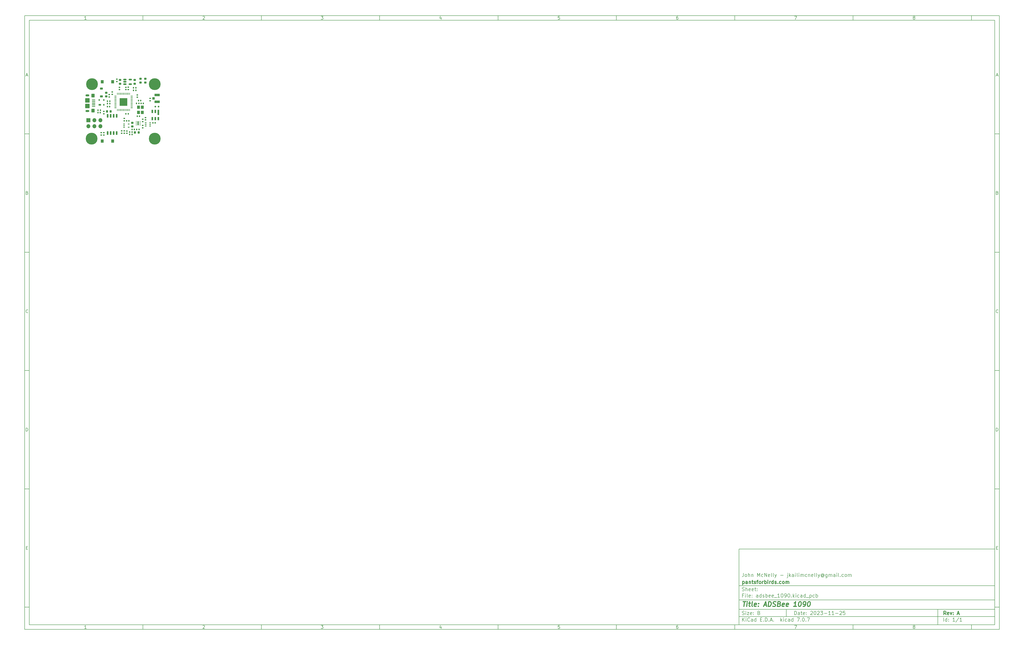
<source format=gbr>
G04 #@! TF.GenerationSoftware,KiCad,Pcbnew,7.0.7*
G04 #@! TF.CreationDate,2023-11-25T16:39:24-08:00*
G04 #@! TF.ProjectId,adsbee_1090,61647362-6565-45f3-9130-39302e6b6963,A*
G04 #@! TF.SameCoordinates,Original*
G04 #@! TF.FileFunction,Soldermask,Top*
G04 #@! TF.FilePolarity,Negative*
%FSLAX46Y46*%
G04 Gerber Fmt 4.6, Leading zero omitted, Abs format (unit mm)*
G04 Created by KiCad (PCBNEW 7.0.7) date 2023-11-25 16:39:24*
%MOMM*%
%LPD*%
G01*
G04 APERTURE LIST*
G04 Aperture macros list*
%AMRoundRect*
0 Rectangle with rounded corners*
0 $1 Rounding radius*
0 $2 $3 $4 $5 $6 $7 $8 $9 X,Y pos of 4 corners*
0 Add a 4 corners polygon primitive as box body*
4,1,4,$2,$3,$4,$5,$6,$7,$8,$9,$2,$3,0*
0 Add four circle primitives for the rounded corners*
1,1,$1+$1,$2,$3*
1,1,$1+$1,$4,$5*
1,1,$1+$1,$6,$7*
1,1,$1+$1,$8,$9*
0 Add four rect primitives between the rounded corners*
20,1,$1+$1,$2,$3,$4,$5,0*
20,1,$1+$1,$4,$5,$6,$7,0*
20,1,$1+$1,$6,$7,$8,$9,0*
20,1,$1+$1,$8,$9,$2,$3,0*%
G04 Aperture macros list end*
%ADD10C,0.100000*%
%ADD11C,0.150000*%
%ADD12C,0.300000*%
%ADD13C,0.400000*%
%ADD14RoundRect,0.140000X-0.140000X-0.170000X0.140000X-0.170000X0.140000X0.170000X-0.140000X0.170000X0*%
%ADD15RoundRect,0.135000X0.185000X-0.135000X0.185000X0.135000X-0.185000X0.135000X-0.185000X-0.135000X0*%
%ADD16RoundRect,0.225000X-0.225000X-0.250000X0.225000X-0.250000X0.225000X0.250000X-0.225000X0.250000X0*%
%ADD17R,1.230000X1.360000*%
%ADD18RoundRect,0.150000X0.150000X0.200000X-0.150000X0.200000X-0.150000X-0.200000X0.150000X-0.200000X0*%
%ADD19RoundRect,0.140000X0.140000X0.170000X-0.140000X0.170000X-0.140000X-0.170000X0.140000X-0.170000X0*%
%ADD20RoundRect,0.140000X-0.170000X0.140000X-0.170000X-0.140000X0.170000X-0.140000X0.170000X0.140000X0*%
%ADD21RoundRect,0.140000X0.170000X-0.140000X0.170000X0.140000X-0.170000X0.140000X-0.170000X-0.140000X0*%
%ADD22RoundRect,0.135000X0.135000X0.185000X-0.135000X0.185000X-0.135000X-0.185000X0.135000X-0.185000X0*%
%ADD23RoundRect,0.050000X0.050000X-0.387500X0.050000X0.387500X-0.050000X0.387500X-0.050000X-0.387500X0*%
%ADD24RoundRect,0.050000X0.387500X-0.050000X0.387500X0.050000X-0.387500X0.050000X-0.387500X-0.050000X0*%
%ADD25R,3.200000X3.200000*%
%ADD26RoundRect,0.100000X-0.575000X0.100000X-0.575000X-0.100000X0.575000X-0.100000X0.575000X0.100000X0*%
%ADD27O,1.600000X0.900000*%
%ADD28RoundRect,0.250000X-0.450000X0.550000X-0.450000X-0.550000X0.450000X-0.550000X0.450000X0.550000X0*%
%ADD29RoundRect,0.250000X-0.700000X0.700000X-0.700000X-0.700000X0.700000X-0.700000X0.700000X0.700000X0*%
%ADD30RoundRect,0.135000X-0.185000X0.135000X-0.185000X-0.135000X0.185000X-0.135000X0.185000X0.135000X0*%
%ADD31RoundRect,0.150000X0.150000X-0.650000X0.150000X0.650000X-0.150000X0.650000X-0.150000X-0.650000X0*%
%ADD32RoundRect,0.225000X-0.250000X0.225000X-0.250000X-0.225000X0.250000X-0.225000X0.250000X0.225000X0*%
%ADD33R,0.550000X0.280000*%
%ADD34R,0.600000X1.740000*%
%ADD35R,1.200000X1.400000*%
%ADD36RoundRect,0.150000X-0.512500X-0.150000X0.512500X-0.150000X0.512500X0.150000X-0.512500X0.150000X0*%
%ADD37RoundRect,0.225000X-0.375000X0.225000X-0.375000X-0.225000X0.375000X-0.225000X0.375000X0.225000X0*%
%ADD38R,1.000000X0.700000*%
%ADD39R,0.600000X0.700000*%
%ADD40RoundRect,0.135000X-0.135000X-0.185000X0.135000X-0.185000X0.135000X0.185000X-0.135000X0.185000X0*%
%ADD41C,5.000000*%
%ADD42R,2.200000X1.050000*%
%ADD43R,1.050000X1.000000*%
%ADD44R,0.650000X0.400000*%
%ADD45RoundRect,0.218750X0.256250X-0.218750X0.256250X0.218750X-0.256250X0.218750X-0.256250X-0.218750X0*%
%ADD46RoundRect,0.218750X-0.218750X-0.256250X0.218750X-0.256250X0.218750X0.256250X-0.218750X0.256250X0*%
%ADD47R,0.740000X2.310000*%
%ADD48R,0.740000X1.400000*%
%ADD49R,1.700000X1.700000*%
%ADD50O,1.700000X1.700000*%
G04 APERTURE END LIST*
D10*
D11*
X311800000Y-235400000D02*
X419800000Y-235400000D01*
X419800000Y-267400000D01*
X311800000Y-267400000D01*
X311800000Y-235400000D01*
D10*
D11*
X10000000Y-10000000D02*
X421800000Y-10000000D01*
X421800000Y-269400000D01*
X10000000Y-269400000D01*
X10000000Y-10000000D01*
D10*
D11*
X12000000Y-12000000D02*
X419800000Y-12000000D01*
X419800000Y-267400000D01*
X12000000Y-267400000D01*
X12000000Y-12000000D01*
D10*
D11*
X60000000Y-12000000D02*
X60000000Y-10000000D01*
D10*
D11*
X110000000Y-12000000D02*
X110000000Y-10000000D01*
D10*
D11*
X160000000Y-12000000D02*
X160000000Y-10000000D01*
D10*
D11*
X210000000Y-12000000D02*
X210000000Y-10000000D01*
D10*
D11*
X260000000Y-12000000D02*
X260000000Y-10000000D01*
D10*
D11*
X310000000Y-12000000D02*
X310000000Y-10000000D01*
D10*
D11*
X360000000Y-12000000D02*
X360000000Y-10000000D01*
D10*
D11*
X410000000Y-12000000D02*
X410000000Y-10000000D01*
D10*
D11*
X36089160Y-11593604D02*
X35346303Y-11593604D01*
X35717731Y-11593604D02*
X35717731Y-10293604D01*
X35717731Y-10293604D02*
X35593922Y-10479319D01*
X35593922Y-10479319D02*
X35470112Y-10603128D01*
X35470112Y-10603128D02*
X35346303Y-10665033D01*
D10*
D11*
X85346303Y-10417414D02*
X85408207Y-10355509D01*
X85408207Y-10355509D02*
X85532017Y-10293604D01*
X85532017Y-10293604D02*
X85841541Y-10293604D01*
X85841541Y-10293604D02*
X85965350Y-10355509D01*
X85965350Y-10355509D02*
X86027255Y-10417414D01*
X86027255Y-10417414D02*
X86089160Y-10541223D01*
X86089160Y-10541223D02*
X86089160Y-10665033D01*
X86089160Y-10665033D02*
X86027255Y-10850747D01*
X86027255Y-10850747D02*
X85284398Y-11593604D01*
X85284398Y-11593604D02*
X86089160Y-11593604D01*
D10*
D11*
X135284398Y-10293604D02*
X136089160Y-10293604D01*
X136089160Y-10293604D02*
X135655826Y-10788842D01*
X135655826Y-10788842D02*
X135841541Y-10788842D01*
X135841541Y-10788842D02*
X135965350Y-10850747D01*
X135965350Y-10850747D02*
X136027255Y-10912652D01*
X136027255Y-10912652D02*
X136089160Y-11036461D01*
X136089160Y-11036461D02*
X136089160Y-11345985D01*
X136089160Y-11345985D02*
X136027255Y-11469795D01*
X136027255Y-11469795D02*
X135965350Y-11531700D01*
X135965350Y-11531700D02*
X135841541Y-11593604D01*
X135841541Y-11593604D02*
X135470112Y-11593604D01*
X135470112Y-11593604D02*
X135346303Y-11531700D01*
X135346303Y-11531700D02*
X135284398Y-11469795D01*
D10*
D11*
X185965350Y-10726938D02*
X185965350Y-11593604D01*
X185655826Y-10231700D02*
X185346303Y-11160271D01*
X185346303Y-11160271D02*
X186151064Y-11160271D01*
D10*
D11*
X236027255Y-10293604D02*
X235408207Y-10293604D01*
X235408207Y-10293604D02*
X235346303Y-10912652D01*
X235346303Y-10912652D02*
X235408207Y-10850747D01*
X235408207Y-10850747D02*
X235532017Y-10788842D01*
X235532017Y-10788842D02*
X235841541Y-10788842D01*
X235841541Y-10788842D02*
X235965350Y-10850747D01*
X235965350Y-10850747D02*
X236027255Y-10912652D01*
X236027255Y-10912652D02*
X236089160Y-11036461D01*
X236089160Y-11036461D02*
X236089160Y-11345985D01*
X236089160Y-11345985D02*
X236027255Y-11469795D01*
X236027255Y-11469795D02*
X235965350Y-11531700D01*
X235965350Y-11531700D02*
X235841541Y-11593604D01*
X235841541Y-11593604D02*
X235532017Y-11593604D01*
X235532017Y-11593604D02*
X235408207Y-11531700D01*
X235408207Y-11531700D02*
X235346303Y-11469795D01*
D10*
D11*
X285965350Y-10293604D02*
X285717731Y-10293604D01*
X285717731Y-10293604D02*
X285593922Y-10355509D01*
X285593922Y-10355509D02*
X285532017Y-10417414D01*
X285532017Y-10417414D02*
X285408207Y-10603128D01*
X285408207Y-10603128D02*
X285346303Y-10850747D01*
X285346303Y-10850747D02*
X285346303Y-11345985D01*
X285346303Y-11345985D02*
X285408207Y-11469795D01*
X285408207Y-11469795D02*
X285470112Y-11531700D01*
X285470112Y-11531700D02*
X285593922Y-11593604D01*
X285593922Y-11593604D02*
X285841541Y-11593604D01*
X285841541Y-11593604D02*
X285965350Y-11531700D01*
X285965350Y-11531700D02*
X286027255Y-11469795D01*
X286027255Y-11469795D02*
X286089160Y-11345985D01*
X286089160Y-11345985D02*
X286089160Y-11036461D01*
X286089160Y-11036461D02*
X286027255Y-10912652D01*
X286027255Y-10912652D02*
X285965350Y-10850747D01*
X285965350Y-10850747D02*
X285841541Y-10788842D01*
X285841541Y-10788842D02*
X285593922Y-10788842D01*
X285593922Y-10788842D02*
X285470112Y-10850747D01*
X285470112Y-10850747D02*
X285408207Y-10912652D01*
X285408207Y-10912652D02*
X285346303Y-11036461D01*
D10*
D11*
X335284398Y-10293604D02*
X336151064Y-10293604D01*
X336151064Y-10293604D02*
X335593922Y-11593604D01*
D10*
D11*
X385593922Y-10850747D02*
X385470112Y-10788842D01*
X385470112Y-10788842D02*
X385408207Y-10726938D01*
X385408207Y-10726938D02*
X385346303Y-10603128D01*
X385346303Y-10603128D02*
X385346303Y-10541223D01*
X385346303Y-10541223D02*
X385408207Y-10417414D01*
X385408207Y-10417414D02*
X385470112Y-10355509D01*
X385470112Y-10355509D02*
X385593922Y-10293604D01*
X385593922Y-10293604D02*
X385841541Y-10293604D01*
X385841541Y-10293604D02*
X385965350Y-10355509D01*
X385965350Y-10355509D02*
X386027255Y-10417414D01*
X386027255Y-10417414D02*
X386089160Y-10541223D01*
X386089160Y-10541223D02*
X386089160Y-10603128D01*
X386089160Y-10603128D02*
X386027255Y-10726938D01*
X386027255Y-10726938D02*
X385965350Y-10788842D01*
X385965350Y-10788842D02*
X385841541Y-10850747D01*
X385841541Y-10850747D02*
X385593922Y-10850747D01*
X385593922Y-10850747D02*
X385470112Y-10912652D01*
X385470112Y-10912652D02*
X385408207Y-10974557D01*
X385408207Y-10974557D02*
X385346303Y-11098366D01*
X385346303Y-11098366D02*
X385346303Y-11345985D01*
X385346303Y-11345985D02*
X385408207Y-11469795D01*
X385408207Y-11469795D02*
X385470112Y-11531700D01*
X385470112Y-11531700D02*
X385593922Y-11593604D01*
X385593922Y-11593604D02*
X385841541Y-11593604D01*
X385841541Y-11593604D02*
X385965350Y-11531700D01*
X385965350Y-11531700D02*
X386027255Y-11469795D01*
X386027255Y-11469795D02*
X386089160Y-11345985D01*
X386089160Y-11345985D02*
X386089160Y-11098366D01*
X386089160Y-11098366D02*
X386027255Y-10974557D01*
X386027255Y-10974557D02*
X385965350Y-10912652D01*
X385965350Y-10912652D02*
X385841541Y-10850747D01*
D10*
D11*
X60000000Y-267400000D02*
X60000000Y-269400000D01*
D10*
D11*
X110000000Y-267400000D02*
X110000000Y-269400000D01*
D10*
D11*
X160000000Y-267400000D02*
X160000000Y-269400000D01*
D10*
D11*
X210000000Y-267400000D02*
X210000000Y-269400000D01*
D10*
D11*
X260000000Y-267400000D02*
X260000000Y-269400000D01*
D10*
D11*
X310000000Y-267400000D02*
X310000000Y-269400000D01*
D10*
D11*
X360000000Y-267400000D02*
X360000000Y-269400000D01*
D10*
D11*
X410000000Y-267400000D02*
X410000000Y-269400000D01*
D10*
D11*
X36089160Y-268993604D02*
X35346303Y-268993604D01*
X35717731Y-268993604D02*
X35717731Y-267693604D01*
X35717731Y-267693604D02*
X35593922Y-267879319D01*
X35593922Y-267879319D02*
X35470112Y-268003128D01*
X35470112Y-268003128D02*
X35346303Y-268065033D01*
D10*
D11*
X85346303Y-267817414D02*
X85408207Y-267755509D01*
X85408207Y-267755509D02*
X85532017Y-267693604D01*
X85532017Y-267693604D02*
X85841541Y-267693604D01*
X85841541Y-267693604D02*
X85965350Y-267755509D01*
X85965350Y-267755509D02*
X86027255Y-267817414D01*
X86027255Y-267817414D02*
X86089160Y-267941223D01*
X86089160Y-267941223D02*
X86089160Y-268065033D01*
X86089160Y-268065033D02*
X86027255Y-268250747D01*
X86027255Y-268250747D02*
X85284398Y-268993604D01*
X85284398Y-268993604D02*
X86089160Y-268993604D01*
D10*
D11*
X135284398Y-267693604D02*
X136089160Y-267693604D01*
X136089160Y-267693604D02*
X135655826Y-268188842D01*
X135655826Y-268188842D02*
X135841541Y-268188842D01*
X135841541Y-268188842D02*
X135965350Y-268250747D01*
X135965350Y-268250747D02*
X136027255Y-268312652D01*
X136027255Y-268312652D02*
X136089160Y-268436461D01*
X136089160Y-268436461D02*
X136089160Y-268745985D01*
X136089160Y-268745985D02*
X136027255Y-268869795D01*
X136027255Y-268869795D02*
X135965350Y-268931700D01*
X135965350Y-268931700D02*
X135841541Y-268993604D01*
X135841541Y-268993604D02*
X135470112Y-268993604D01*
X135470112Y-268993604D02*
X135346303Y-268931700D01*
X135346303Y-268931700D02*
X135284398Y-268869795D01*
D10*
D11*
X185965350Y-268126938D02*
X185965350Y-268993604D01*
X185655826Y-267631700D02*
X185346303Y-268560271D01*
X185346303Y-268560271D02*
X186151064Y-268560271D01*
D10*
D11*
X236027255Y-267693604D02*
X235408207Y-267693604D01*
X235408207Y-267693604D02*
X235346303Y-268312652D01*
X235346303Y-268312652D02*
X235408207Y-268250747D01*
X235408207Y-268250747D02*
X235532017Y-268188842D01*
X235532017Y-268188842D02*
X235841541Y-268188842D01*
X235841541Y-268188842D02*
X235965350Y-268250747D01*
X235965350Y-268250747D02*
X236027255Y-268312652D01*
X236027255Y-268312652D02*
X236089160Y-268436461D01*
X236089160Y-268436461D02*
X236089160Y-268745985D01*
X236089160Y-268745985D02*
X236027255Y-268869795D01*
X236027255Y-268869795D02*
X235965350Y-268931700D01*
X235965350Y-268931700D02*
X235841541Y-268993604D01*
X235841541Y-268993604D02*
X235532017Y-268993604D01*
X235532017Y-268993604D02*
X235408207Y-268931700D01*
X235408207Y-268931700D02*
X235346303Y-268869795D01*
D10*
D11*
X285965350Y-267693604D02*
X285717731Y-267693604D01*
X285717731Y-267693604D02*
X285593922Y-267755509D01*
X285593922Y-267755509D02*
X285532017Y-267817414D01*
X285532017Y-267817414D02*
X285408207Y-268003128D01*
X285408207Y-268003128D02*
X285346303Y-268250747D01*
X285346303Y-268250747D02*
X285346303Y-268745985D01*
X285346303Y-268745985D02*
X285408207Y-268869795D01*
X285408207Y-268869795D02*
X285470112Y-268931700D01*
X285470112Y-268931700D02*
X285593922Y-268993604D01*
X285593922Y-268993604D02*
X285841541Y-268993604D01*
X285841541Y-268993604D02*
X285965350Y-268931700D01*
X285965350Y-268931700D02*
X286027255Y-268869795D01*
X286027255Y-268869795D02*
X286089160Y-268745985D01*
X286089160Y-268745985D02*
X286089160Y-268436461D01*
X286089160Y-268436461D02*
X286027255Y-268312652D01*
X286027255Y-268312652D02*
X285965350Y-268250747D01*
X285965350Y-268250747D02*
X285841541Y-268188842D01*
X285841541Y-268188842D02*
X285593922Y-268188842D01*
X285593922Y-268188842D02*
X285470112Y-268250747D01*
X285470112Y-268250747D02*
X285408207Y-268312652D01*
X285408207Y-268312652D02*
X285346303Y-268436461D01*
D10*
D11*
X335284398Y-267693604D02*
X336151064Y-267693604D01*
X336151064Y-267693604D02*
X335593922Y-268993604D01*
D10*
D11*
X385593922Y-268250747D02*
X385470112Y-268188842D01*
X385470112Y-268188842D02*
X385408207Y-268126938D01*
X385408207Y-268126938D02*
X385346303Y-268003128D01*
X385346303Y-268003128D02*
X385346303Y-267941223D01*
X385346303Y-267941223D02*
X385408207Y-267817414D01*
X385408207Y-267817414D02*
X385470112Y-267755509D01*
X385470112Y-267755509D02*
X385593922Y-267693604D01*
X385593922Y-267693604D02*
X385841541Y-267693604D01*
X385841541Y-267693604D02*
X385965350Y-267755509D01*
X385965350Y-267755509D02*
X386027255Y-267817414D01*
X386027255Y-267817414D02*
X386089160Y-267941223D01*
X386089160Y-267941223D02*
X386089160Y-268003128D01*
X386089160Y-268003128D02*
X386027255Y-268126938D01*
X386027255Y-268126938D02*
X385965350Y-268188842D01*
X385965350Y-268188842D02*
X385841541Y-268250747D01*
X385841541Y-268250747D02*
X385593922Y-268250747D01*
X385593922Y-268250747D02*
X385470112Y-268312652D01*
X385470112Y-268312652D02*
X385408207Y-268374557D01*
X385408207Y-268374557D02*
X385346303Y-268498366D01*
X385346303Y-268498366D02*
X385346303Y-268745985D01*
X385346303Y-268745985D02*
X385408207Y-268869795D01*
X385408207Y-268869795D02*
X385470112Y-268931700D01*
X385470112Y-268931700D02*
X385593922Y-268993604D01*
X385593922Y-268993604D02*
X385841541Y-268993604D01*
X385841541Y-268993604D02*
X385965350Y-268931700D01*
X385965350Y-268931700D02*
X386027255Y-268869795D01*
X386027255Y-268869795D02*
X386089160Y-268745985D01*
X386089160Y-268745985D02*
X386089160Y-268498366D01*
X386089160Y-268498366D02*
X386027255Y-268374557D01*
X386027255Y-268374557D02*
X385965350Y-268312652D01*
X385965350Y-268312652D02*
X385841541Y-268250747D01*
D10*
D11*
X10000000Y-60000000D02*
X12000000Y-60000000D01*
D10*
D11*
X10000000Y-110000000D02*
X12000000Y-110000000D01*
D10*
D11*
X10000000Y-160000000D02*
X12000000Y-160000000D01*
D10*
D11*
X10000000Y-210000000D02*
X12000000Y-210000000D01*
D10*
D11*
X10000000Y-260000000D02*
X12000000Y-260000000D01*
D10*
D11*
X10690476Y-35222176D02*
X11309523Y-35222176D01*
X10566666Y-35593604D02*
X10999999Y-34293604D01*
X10999999Y-34293604D02*
X11433333Y-35593604D01*
D10*
D11*
X11092857Y-84912652D02*
X11278571Y-84974557D01*
X11278571Y-84974557D02*
X11340476Y-85036461D01*
X11340476Y-85036461D02*
X11402380Y-85160271D01*
X11402380Y-85160271D02*
X11402380Y-85345985D01*
X11402380Y-85345985D02*
X11340476Y-85469795D01*
X11340476Y-85469795D02*
X11278571Y-85531700D01*
X11278571Y-85531700D02*
X11154761Y-85593604D01*
X11154761Y-85593604D02*
X10659523Y-85593604D01*
X10659523Y-85593604D02*
X10659523Y-84293604D01*
X10659523Y-84293604D02*
X11092857Y-84293604D01*
X11092857Y-84293604D02*
X11216666Y-84355509D01*
X11216666Y-84355509D02*
X11278571Y-84417414D01*
X11278571Y-84417414D02*
X11340476Y-84541223D01*
X11340476Y-84541223D02*
X11340476Y-84665033D01*
X11340476Y-84665033D02*
X11278571Y-84788842D01*
X11278571Y-84788842D02*
X11216666Y-84850747D01*
X11216666Y-84850747D02*
X11092857Y-84912652D01*
X11092857Y-84912652D02*
X10659523Y-84912652D01*
D10*
D11*
X11402380Y-135469795D02*
X11340476Y-135531700D01*
X11340476Y-135531700D02*
X11154761Y-135593604D01*
X11154761Y-135593604D02*
X11030952Y-135593604D01*
X11030952Y-135593604D02*
X10845238Y-135531700D01*
X10845238Y-135531700D02*
X10721428Y-135407890D01*
X10721428Y-135407890D02*
X10659523Y-135284080D01*
X10659523Y-135284080D02*
X10597619Y-135036461D01*
X10597619Y-135036461D02*
X10597619Y-134850747D01*
X10597619Y-134850747D02*
X10659523Y-134603128D01*
X10659523Y-134603128D02*
X10721428Y-134479319D01*
X10721428Y-134479319D02*
X10845238Y-134355509D01*
X10845238Y-134355509D02*
X11030952Y-134293604D01*
X11030952Y-134293604D02*
X11154761Y-134293604D01*
X11154761Y-134293604D02*
X11340476Y-134355509D01*
X11340476Y-134355509D02*
X11402380Y-134417414D01*
D10*
D11*
X10659523Y-185593604D02*
X10659523Y-184293604D01*
X10659523Y-184293604D02*
X10969047Y-184293604D01*
X10969047Y-184293604D02*
X11154761Y-184355509D01*
X11154761Y-184355509D02*
X11278571Y-184479319D01*
X11278571Y-184479319D02*
X11340476Y-184603128D01*
X11340476Y-184603128D02*
X11402380Y-184850747D01*
X11402380Y-184850747D02*
X11402380Y-185036461D01*
X11402380Y-185036461D02*
X11340476Y-185284080D01*
X11340476Y-185284080D02*
X11278571Y-185407890D01*
X11278571Y-185407890D02*
X11154761Y-185531700D01*
X11154761Y-185531700D02*
X10969047Y-185593604D01*
X10969047Y-185593604D02*
X10659523Y-185593604D01*
D10*
D11*
X10721428Y-234912652D02*
X11154762Y-234912652D01*
X11340476Y-235593604D02*
X10721428Y-235593604D01*
X10721428Y-235593604D02*
X10721428Y-234293604D01*
X10721428Y-234293604D02*
X11340476Y-234293604D01*
D10*
D11*
X421800000Y-60000000D02*
X419800000Y-60000000D01*
D10*
D11*
X421800000Y-110000000D02*
X419800000Y-110000000D01*
D10*
D11*
X421800000Y-160000000D02*
X419800000Y-160000000D01*
D10*
D11*
X421800000Y-210000000D02*
X419800000Y-210000000D01*
D10*
D11*
X421800000Y-260000000D02*
X419800000Y-260000000D01*
D10*
D11*
X420490476Y-35222176D02*
X421109523Y-35222176D01*
X420366666Y-35593604D02*
X420799999Y-34293604D01*
X420799999Y-34293604D02*
X421233333Y-35593604D01*
D10*
D11*
X420892857Y-84912652D02*
X421078571Y-84974557D01*
X421078571Y-84974557D02*
X421140476Y-85036461D01*
X421140476Y-85036461D02*
X421202380Y-85160271D01*
X421202380Y-85160271D02*
X421202380Y-85345985D01*
X421202380Y-85345985D02*
X421140476Y-85469795D01*
X421140476Y-85469795D02*
X421078571Y-85531700D01*
X421078571Y-85531700D02*
X420954761Y-85593604D01*
X420954761Y-85593604D02*
X420459523Y-85593604D01*
X420459523Y-85593604D02*
X420459523Y-84293604D01*
X420459523Y-84293604D02*
X420892857Y-84293604D01*
X420892857Y-84293604D02*
X421016666Y-84355509D01*
X421016666Y-84355509D02*
X421078571Y-84417414D01*
X421078571Y-84417414D02*
X421140476Y-84541223D01*
X421140476Y-84541223D02*
X421140476Y-84665033D01*
X421140476Y-84665033D02*
X421078571Y-84788842D01*
X421078571Y-84788842D02*
X421016666Y-84850747D01*
X421016666Y-84850747D02*
X420892857Y-84912652D01*
X420892857Y-84912652D02*
X420459523Y-84912652D01*
D10*
D11*
X421202380Y-135469795D02*
X421140476Y-135531700D01*
X421140476Y-135531700D02*
X420954761Y-135593604D01*
X420954761Y-135593604D02*
X420830952Y-135593604D01*
X420830952Y-135593604D02*
X420645238Y-135531700D01*
X420645238Y-135531700D02*
X420521428Y-135407890D01*
X420521428Y-135407890D02*
X420459523Y-135284080D01*
X420459523Y-135284080D02*
X420397619Y-135036461D01*
X420397619Y-135036461D02*
X420397619Y-134850747D01*
X420397619Y-134850747D02*
X420459523Y-134603128D01*
X420459523Y-134603128D02*
X420521428Y-134479319D01*
X420521428Y-134479319D02*
X420645238Y-134355509D01*
X420645238Y-134355509D02*
X420830952Y-134293604D01*
X420830952Y-134293604D02*
X420954761Y-134293604D01*
X420954761Y-134293604D02*
X421140476Y-134355509D01*
X421140476Y-134355509D02*
X421202380Y-134417414D01*
D10*
D11*
X420459523Y-185593604D02*
X420459523Y-184293604D01*
X420459523Y-184293604D02*
X420769047Y-184293604D01*
X420769047Y-184293604D02*
X420954761Y-184355509D01*
X420954761Y-184355509D02*
X421078571Y-184479319D01*
X421078571Y-184479319D02*
X421140476Y-184603128D01*
X421140476Y-184603128D02*
X421202380Y-184850747D01*
X421202380Y-184850747D02*
X421202380Y-185036461D01*
X421202380Y-185036461D02*
X421140476Y-185284080D01*
X421140476Y-185284080D02*
X421078571Y-185407890D01*
X421078571Y-185407890D02*
X420954761Y-185531700D01*
X420954761Y-185531700D02*
X420769047Y-185593604D01*
X420769047Y-185593604D02*
X420459523Y-185593604D01*
D10*
D11*
X420521428Y-234912652D02*
X420954762Y-234912652D01*
X421140476Y-235593604D02*
X420521428Y-235593604D01*
X420521428Y-235593604D02*
X420521428Y-234293604D01*
X420521428Y-234293604D02*
X421140476Y-234293604D01*
D10*
D11*
X335255826Y-263186128D02*
X335255826Y-261686128D01*
X335255826Y-261686128D02*
X335612969Y-261686128D01*
X335612969Y-261686128D02*
X335827255Y-261757557D01*
X335827255Y-261757557D02*
X335970112Y-261900414D01*
X335970112Y-261900414D02*
X336041541Y-262043271D01*
X336041541Y-262043271D02*
X336112969Y-262328985D01*
X336112969Y-262328985D02*
X336112969Y-262543271D01*
X336112969Y-262543271D02*
X336041541Y-262828985D01*
X336041541Y-262828985D02*
X335970112Y-262971842D01*
X335970112Y-262971842D02*
X335827255Y-263114700D01*
X335827255Y-263114700D02*
X335612969Y-263186128D01*
X335612969Y-263186128D02*
X335255826Y-263186128D01*
X337398684Y-263186128D02*
X337398684Y-262400414D01*
X337398684Y-262400414D02*
X337327255Y-262257557D01*
X337327255Y-262257557D02*
X337184398Y-262186128D01*
X337184398Y-262186128D02*
X336898684Y-262186128D01*
X336898684Y-262186128D02*
X336755826Y-262257557D01*
X337398684Y-263114700D02*
X337255826Y-263186128D01*
X337255826Y-263186128D02*
X336898684Y-263186128D01*
X336898684Y-263186128D02*
X336755826Y-263114700D01*
X336755826Y-263114700D02*
X336684398Y-262971842D01*
X336684398Y-262971842D02*
X336684398Y-262828985D01*
X336684398Y-262828985D02*
X336755826Y-262686128D01*
X336755826Y-262686128D02*
X336898684Y-262614700D01*
X336898684Y-262614700D02*
X337255826Y-262614700D01*
X337255826Y-262614700D02*
X337398684Y-262543271D01*
X337898684Y-262186128D02*
X338470112Y-262186128D01*
X338112969Y-261686128D02*
X338112969Y-262971842D01*
X338112969Y-262971842D02*
X338184398Y-263114700D01*
X338184398Y-263114700D02*
X338327255Y-263186128D01*
X338327255Y-263186128D02*
X338470112Y-263186128D01*
X339541541Y-263114700D02*
X339398684Y-263186128D01*
X339398684Y-263186128D02*
X339112970Y-263186128D01*
X339112970Y-263186128D02*
X338970112Y-263114700D01*
X338970112Y-263114700D02*
X338898684Y-262971842D01*
X338898684Y-262971842D02*
X338898684Y-262400414D01*
X338898684Y-262400414D02*
X338970112Y-262257557D01*
X338970112Y-262257557D02*
X339112970Y-262186128D01*
X339112970Y-262186128D02*
X339398684Y-262186128D01*
X339398684Y-262186128D02*
X339541541Y-262257557D01*
X339541541Y-262257557D02*
X339612970Y-262400414D01*
X339612970Y-262400414D02*
X339612970Y-262543271D01*
X339612970Y-262543271D02*
X338898684Y-262686128D01*
X340255826Y-263043271D02*
X340327255Y-263114700D01*
X340327255Y-263114700D02*
X340255826Y-263186128D01*
X340255826Y-263186128D02*
X340184398Y-263114700D01*
X340184398Y-263114700D02*
X340255826Y-263043271D01*
X340255826Y-263043271D02*
X340255826Y-263186128D01*
X340255826Y-262257557D02*
X340327255Y-262328985D01*
X340327255Y-262328985D02*
X340255826Y-262400414D01*
X340255826Y-262400414D02*
X340184398Y-262328985D01*
X340184398Y-262328985D02*
X340255826Y-262257557D01*
X340255826Y-262257557D02*
X340255826Y-262400414D01*
X342041541Y-261828985D02*
X342112969Y-261757557D01*
X342112969Y-261757557D02*
X342255827Y-261686128D01*
X342255827Y-261686128D02*
X342612969Y-261686128D01*
X342612969Y-261686128D02*
X342755827Y-261757557D01*
X342755827Y-261757557D02*
X342827255Y-261828985D01*
X342827255Y-261828985D02*
X342898684Y-261971842D01*
X342898684Y-261971842D02*
X342898684Y-262114700D01*
X342898684Y-262114700D02*
X342827255Y-262328985D01*
X342827255Y-262328985D02*
X341970112Y-263186128D01*
X341970112Y-263186128D02*
X342898684Y-263186128D01*
X343827255Y-261686128D02*
X343970112Y-261686128D01*
X343970112Y-261686128D02*
X344112969Y-261757557D01*
X344112969Y-261757557D02*
X344184398Y-261828985D01*
X344184398Y-261828985D02*
X344255826Y-261971842D01*
X344255826Y-261971842D02*
X344327255Y-262257557D01*
X344327255Y-262257557D02*
X344327255Y-262614700D01*
X344327255Y-262614700D02*
X344255826Y-262900414D01*
X344255826Y-262900414D02*
X344184398Y-263043271D01*
X344184398Y-263043271D02*
X344112969Y-263114700D01*
X344112969Y-263114700D02*
X343970112Y-263186128D01*
X343970112Y-263186128D02*
X343827255Y-263186128D01*
X343827255Y-263186128D02*
X343684398Y-263114700D01*
X343684398Y-263114700D02*
X343612969Y-263043271D01*
X343612969Y-263043271D02*
X343541540Y-262900414D01*
X343541540Y-262900414D02*
X343470112Y-262614700D01*
X343470112Y-262614700D02*
X343470112Y-262257557D01*
X343470112Y-262257557D02*
X343541540Y-261971842D01*
X343541540Y-261971842D02*
X343612969Y-261828985D01*
X343612969Y-261828985D02*
X343684398Y-261757557D01*
X343684398Y-261757557D02*
X343827255Y-261686128D01*
X344898683Y-261828985D02*
X344970111Y-261757557D01*
X344970111Y-261757557D02*
X345112969Y-261686128D01*
X345112969Y-261686128D02*
X345470111Y-261686128D01*
X345470111Y-261686128D02*
X345612969Y-261757557D01*
X345612969Y-261757557D02*
X345684397Y-261828985D01*
X345684397Y-261828985D02*
X345755826Y-261971842D01*
X345755826Y-261971842D02*
X345755826Y-262114700D01*
X345755826Y-262114700D02*
X345684397Y-262328985D01*
X345684397Y-262328985D02*
X344827254Y-263186128D01*
X344827254Y-263186128D02*
X345755826Y-263186128D01*
X346255825Y-261686128D02*
X347184397Y-261686128D01*
X347184397Y-261686128D02*
X346684397Y-262257557D01*
X346684397Y-262257557D02*
X346898682Y-262257557D01*
X346898682Y-262257557D02*
X347041540Y-262328985D01*
X347041540Y-262328985D02*
X347112968Y-262400414D01*
X347112968Y-262400414D02*
X347184397Y-262543271D01*
X347184397Y-262543271D02*
X347184397Y-262900414D01*
X347184397Y-262900414D02*
X347112968Y-263043271D01*
X347112968Y-263043271D02*
X347041540Y-263114700D01*
X347041540Y-263114700D02*
X346898682Y-263186128D01*
X346898682Y-263186128D02*
X346470111Y-263186128D01*
X346470111Y-263186128D02*
X346327254Y-263114700D01*
X346327254Y-263114700D02*
X346255825Y-263043271D01*
X347827253Y-262614700D02*
X348970111Y-262614700D01*
X350470111Y-263186128D02*
X349612968Y-263186128D01*
X350041539Y-263186128D02*
X350041539Y-261686128D01*
X350041539Y-261686128D02*
X349898682Y-261900414D01*
X349898682Y-261900414D02*
X349755825Y-262043271D01*
X349755825Y-262043271D02*
X349612968Y-262114700D01*
X351898682Y-263186128D02*
X351041539Y-263186128D01*
X351470110Y-263186128D02*
X351470110Y-261686128D01*
X351470110Y-261686128D02*
X351327253Y-261900414D01*
X351327253Y-261900414D02*
X351184396Y-262043271D01*
X351184396Y-262043271D02*
X351041539Y-262114700D01*
X352541538Y-262614700D02*
X353684396Y-262614700D01*
X354327253Y-261828985D02*
X354398681Y-261757557D01*
X354398681Y-261757557D02*
X354541539Y-261686128D01*
X354541539Y-261686128D02*
X354898681Y-261686128D01*
X354898681Y-261686128D02*
X355041539Y-261757557D01*
X355041539Y-261757557D02*
X355112967Y-261828985D01*
X355112967Y-261828985D02*
X355184396Y-261971842D01*
X355184396Y-261971842D02*
X355184396Y-262114700D01*
X355184396Y-262114700D02*
X355112967Y-262328985D01*
X355112967Y-262328985D02*
X354255824Y-263186128D01*
X354255824Y-263186128D02*
X355184396Y-263186128D01*
X356541538Y-261686128D02*
X355827252Y-261686128D01*
X355827252Y-261686128D02*
X355755824Y-262400414D01*
X355755824Y-262400414D02*
X355827252Y-262328985D01*
X355827252Y-262328985D02*
X355970110Y-262257557D01*
X355970110Y-262257557D02*
X356327252Y-262257557D01*
X356327252Y-262257557D02*
X356470110Y-262328985D01*
X356470110Y-262328985D02*
X356541538Y-262400414D01*
X356541538Y-262400414D02*
X356612967Y-262543271D01*
X356612967Y-262543271D02*
X356612967Y-262900414D01*
X356612967Y-262900414D02*
X356541538Y-263043271D01*
X356541538Y-263043271D02*
X356470110Y-263114700D01*
X356470110Y-263114700D02*
X356327252Y-263186128D01*
X356327252Y-263186128D02*
X355970110Y-263186128D01*
X355970110Y-263186128D02*
X355827252Y-263114700D01*
X355827252Y-263114700D02*
X355755824Y-263043271D01*
D10*
D11*
X311800000Y-263900000D02*
X419800000Y-263900000D01*
D10*
D11*
X313255826Y-265986128D02*
X313255826Y-264486128D01*
X314112969Y-265986128D02*
X313470112Y-265128985D01*
X314112969Y-264486128D02*
X313255826Y-265343271D01*
X314755826Y-265986128D02*
X314755826Y-264986128D01*
X314755826Y-264486128D02*
X314684398Y-264557557D01*
X314684398Y-264557557D02*
X314755826Y-264628985D01*
X314755826Y-264628985D02*
X314827255Y-264557557D01*
X314827255Y-264557557D02*
X314755826Y-264486128D01*
X314755826Y-264486128D02*
X314755826Y-264628985D01*
X316327255Y-265843271D02*
X316255827Y-265914700D01*
X316255827Y-265914700D02*
X316041541Y-265986128D01*
X316041541Y-265986128D02*
X315898684Y-265986128D01*
X315898684Y-265986128D02*
X315684398Y-265914700D01*
X315684398Y-265914700D02*
X315541541Y-265771842D01*
X315541541Y-265771842D02*
X315470112Y-265628985D01*
X315470112Y-265628985D02*
X315398684Y-265343271D01*
X315398684Y-265343271D02*
X315398684Y-265128985D01*
X315398684Y-265128985D02*
X315470112Y-264843271D01*
X315470112Y-264843271D02*
X315541541Y-264700414D01*
X315541541Y-264700414D02*
X315684398Y-264557557D01*
X315684398Y-264557557D02*
X315898684Y-264486128D01*
X315898684Y-264486128D02*
X316041541Y-264486128D01*
X316041541Y-264486128D02*
X316255827Y-264557557D01*
X316255827Y-264557557D02*
X316327255Y-264628985D01*
X317612970Y-265986128D02*
X317612970Y-265200414D01*
X317612970Y-265200414D02*
X317541541Y-265057557D01*
X317541541Y-265057557D02*
X317398684Y-264986128D01*
X317398684Y-264986128D02*
X317112970Y-264986128D01*
X317112970Y-264986128D02*
X316970112Y-265057557D01*
X317612970Y-265914700D02*
X317470112Y-265986128D01*
X317470112Y-265986128D02*
X317112970Y-265986128D01*
X317112970Y-265986128D02*
X316970112Y-265914700D01*
X316970112Y-265914700D02*
X316898684Y-265771842D01*
X316898684Y-265771842D02*
X316898684Y-265628985D01*
X316898684Y-265628985D02*
X316970112Y-265486128D01*
X316970112Y-265486128D02*
X317112970Y-265414700D01*
X317112970Y-265414700D02*
X317470112Y-265414700D01*
X317470112Y-265414700D02*
X317612970Y-265343271D01*
X318970113Y-265986128D02*
X318970113Y-264486128D01*
X318970113Y-265914700D02*
X318827255Y-265986128D01*
X318827255Y-265986128D02*
X318541541Y-265986128D01*
X318541541Y-265986128D02*
X318398684Y-265914700D01*
X318398684Y-265914700D02*
X318327255Y-265843271D01*
X318327255Y-265843271D02*
X318255827Y-265700414D01*
X318255827Y-265700414D02*
X318255827Y-265271842D01*
X318255827Y-265271842D02*
X318327255Y-265128985D01*
X318327255Y-265128985D02*
X318398684Y-265057557D01*
X318398684Y-265057557D02*
X318541541Y-264986128D01*
X318541541Y-264986128D02*
X318827255Y-264986128D01*
X318827255Y-264986128D02*
X318970113Y-265057557D01*
X320827255Y-265200414D02*
X321327255Y-265200414D01*
X321541541Y-265986128D02*
X320827255Y-265986128D01*
X320827255Y-265986128D02*
X320827255Y-264486128D01*
X320827255Y-264486128D02*
X321541541Y-264486128D01*
X322184398Y-265843271D02*
X322255827Y-265914700D01*
X322255827Y-265914700D02*
X322184398Y-265986128D01*
X322184398Y-265986128D02*
X322112970Y-265914700D01*
X322112970Y-265914700D02*
X322184398Y-265843271D01*
X322184398Y-265843271D02*
X322184398Y-265986128D01*
X322898684Y-265986128D02*
X322898684Y-264486128D01*
X322898684Y-264486128D02*
X323255827Y-264486128D01*
X323255827Y-264486128D02*
X323470113Y-264557557D01*
X323470113Y-264557557D02*
X323612970Y-264700414D01*
X323612970Y-264700414D02*
X323684399Y-264843271D01*
X323684399Y-264843271D02*
X323755827Y-265128985D01*
X323755827Y-265128985D02*
X323755827Y-265343271D01*
X323755827Y-265343271D02*
X323684399Y-265628985D01*
X323684399Y-265628985D02*
X323612970Y-265771842D01*
X323612970Y-265771842D02*
X323470113Y-265914700D01*
X323470113Y-265914700D02*
X323255827Y-265986128D01*
X323255827Y-265986128D02*
X322898684Y-265986128D01*
X324398684Y-265843271D02*
X324470113Y-265914700D01*
X324470113Y-265914700D02*
X324398684Y-265986128D01*
X324398684Y-265986128D02*
X324327256Y-265914700D01*
X324327256Y-265914700D02*
X324398684Y-265843271D01*
X324398684Y-265843271D02*
X324398684Y-265986128D01*
X325041542Y-265557557D02*
X325755828Y-265557557D01*
X324898685Y-265986128D02*
X325398685Y-264486128D01*
X325398685Y-264486128D02*
X325898685Y-265986128D01*
X326398684Y-265843271D02*
X326470113Y-265914700D01*
X326470113Y-265914700D02*
X326398684Y-265986128D01*
X326398684Y-265986128D02*
X326327256Y-265914700D01*
X326327256Y-265914700D02*
X326398684Y-265843271D01*
X326398684Y-265843271D02*
X326398684Y-265986128D01*
X329398684Y-265986128D02*
X329398684Y-264486128D01*
X329541542Y-265414700D02*
X329970113Y-265986128D01*
X329970113Y-264986128D02*
X329398684Y-265557557D01*
X330612970Y-265986128D02*
X330612970Y-264986128D01*
X330612970Y-264486128D02*
X330541542Y-264557557D01*
X330541542Y-264557557D02*
X330612970Y-264628985D01*
X330612970Y-264628985D02*
X330684399Y-264557557D01*
X330684399Y-264557557D02*
X330612970Y-264486128D01*
X330612970Y-264486128D02*
X330612970Y-264628985D01*
X331970114Y-265914700D02*
X331827256Y-265986128D01*
X331827256Y-265986128D02*
X331541542Y-265986128D01*
X331541542Y-265986128D02*
X331398685Y-265914700D01*
X331398685Y-265914700D02*
X331327256Y-265843271D01*
X331327256Y-265843271D02*
X331255828Y-265700414D01*
X331255828Y-265700414D02*
X331255828Y-265271842D01*
X331255828Y-265271842D02*
X331327256Y-265128985D01*
X331327256Y-265128985D02*
X331398685Y-265057557D01*
X331398685Y-265057557D02*
X331541542Y-264986128D01*
X331541542Y-264986128D02*
X331827256Y-264986128D01*
X331827256Y-264986128D02*
X331970114Y-265057557D01*
X333255828Y-265986128D02*
X333255828Y-265200414D01*
X333255828Y-265200414D02*
X333184399Y-265057557D01*
X333184399Y-265057557D02*
X333041542Y-264986128D01*
X333041542Y-264986128D02*
X332755828Y-264986128D01*
X332755828Y-264986128D02*
X332612970Y-265057557D01*
X333255828Y-265914700D02*
X333112970Y-265986128D01*
X333112970Y-265986128D02*
X332755828Y-265986128D01*
X332755828Y-265986128D02*
X332612970Y-265914700D01*
X332612970Y-265914700D02*
X332541542Y-265771842D01*
X332541542Y-265771842D02*
X332541542Y-265628985D01*
X332541542Y-265628985D02*
X332612970Y-265486128D01*
X332612970Y-265486128D02*
X332755828Y-265414700D01*
X332755828Y-265414700D02*
X333112970Y-265414700D01*
X333112970Y-265414700D02*
X333255828Y-265343271D01*
X334612971Y-265986128D02*
X334612971Y-264486128D01*
X334612971Y-265914700D02*
X334470113Y-265986128D01*
X334470113Y-265986128D02*
X334184399Y-265986128D01*
X334184399Y-265986128D02*
X334041542Y-265914700D01*
X334041542Y-265914700D02*
X333970113Y-265843271D01*
X333970113Y-265843271D02*
X333898685Y-265700414D01*
X333898685Y-265700414D02*
X333898685Y-265271842D01*
X333898685Y-265271842D02*
X333970113Y-265128985D01*
X333970113Y-265128985D02*
X334041542Y-265057557D01*
X334041542Y-265057557D02*
X334184399Y-264986128D01*
X334184399Y-264986128D02*
X334470113Y-264986128D01*
X334470113Y-264986128D02*
X334612971Y-265057557D01*
X336327256Y-264486128D02*
X337327256Y-264486128D01*
X337327256Y-264486128D02*
X336684399Y-265986128D01*
X337898684Y-265843271D02*
X337970113Y-265914700D01*
X337970113Y-265914700D02*
X337898684Y-265986128D01*
X337898684Y-265986128D02*
X337827256Y-265914700D01*
X337827256Y-265914700D02*
X337898684Y-265843271D01*
X337898684Y-265843271D02*
X337898684Y-265986128D01*
X338898685Y-264486128D02*
X339041542Y-264486128D01*
X339041542Y-264486128D02*
X339184399Y-264557557D01*
X339184399Y-264557557D02*
X339255828Y-264628985D01*
X339255828Y-264628985D02*
X339327256Y-264771842D01*
X339327256Y-264771842D02*
X339398685Y-265057557D01*
X339398685Y-265057557D02*
X339398685Y-265414700D01*
X339398685Y-265414700D02*
X339327256Y-265700414D01*
X339327256Y-265700414D02*
X339255828Y-265843271D01*
X339255828Y-265843271D02*
X339184399Y-265914700D01*
X339184399Y-265914700D02*
X339041542Y-265986128D01*
X339041542Y-265986128D02*
X338898685Y-265986128D01*
X338898685Y-265986128D02*
X338755828Y-265914700D01*
X338755828Y-265914700D02*
X338684399Y-265843271D01*
X338684399Y-265843271D02*
X338612970Y-265700414D01*
X338612970Y-265700414D02*
X338541542Y-265414700D01*
X338541542Y-265414700D02*
X338541542Y-265057557D01*
X338541542Y-265057557D02*
X338612970Y-264771842D01*
X338612970Y-264771842D02*
X338684399Y-264628985D01*
X338684399Y-264628985D02*
X338755828Y-264557557D01*
X338755828Y-264557557D02*
X338898685Y-264486128D01*
X340041541Y-265843271D02*
X340112970Y-265914700D01*
X340112970Y-265914700D02*
X340041541Y-265986128D01*
X340041541Y-265986128D02*
X339970113Y-265914700D01*
X339970113Y-265914700D02*
X340041541Y-265843271D01*
X340041541Y-265843271D02*
X340041541Y-265986128D01*
X340612970Y-264486128D02*
X341612970Y-264486128D01*
X341612970Y-264486128D02*
X340970113Y-265986128D01*
D10*
D11*
X311800000Y-260900000D02*
X419800000Y-260900000D01*
D10*
D12*
X399211653Y-263178328D02*
X398711653Y-262464042D01*
X398354510Y-263178328D02*
X398354510Y-261678328D01*
X398354510Y-261678328D02*
X398925939Y-261678328D01*
X398925939Y-261678328D02*
X399068796Y-261749757D01*
X399068796Y-261749757D02*
X399140225Y-261821185D01*
X399140225Y-261821185D02*
X399211653Y-261964042D01*
X399211653Y-261964042D02*
X399211653Y-262178328D01*
X399211653Y-262178328D02*
X399140225Y-262321185D01*
X399140225Y-262321185D02*
X399068796Y-262392614D01*
X399068796Y-262392614D02*
X398925939Y-262464042D01*
X398925939Y-262464042D02*
X398354510Y-262464042D01*
X400425939Y-263106900D02*
X400283082Y-263178328D01*
X400283082Y-263178328D02*
X399997368Y-263178328D01*
X399997368Y-263178328D02*
X399854510Y-263106900D01*
X399854510Y-263106900D02*
X399783082Y-262964042D01*
X399783082Y-262964042D02*
X399783082Y-262392614D01*
X399783082Y-262392614D02*
X399854510Y-262249757D01*
X399854510Y-262249757D02*
X399997368Y-262178328D01*
X399997368Y-262178328D02*
X400283082Y-262178328D01*
X400283082Y-262178328D02*
X400425939Y-262249757D01*
X400425939Y-262249757D02*
X400497368Y-262392614D01*
X400497368Y-262392614D02*
X400497368Y-262535471D01*
X400497368Y-262535471D02*
X399783082Y-262678328D01*
X400997367Y-262178328D02*
X401354510Y-263178328D01*
X401354510Y-263178328D02*
X401711653Y-262178328D01*
X402283081Y-263035471D02*
X402354510Y-263106900D01*
X402354510Y-263106900D02*
X402283081Y-263178328D01*
X402283081Y-263178328D02*
X402211653Y-263106900D01*
X402211653Y-263106900D02*
X402283081Y-263035471D01*
X402283081Y-263035471D02*
X402283081Y-263178328D01*
X402283081Y-262249757D02*
X402354510Y-262321185D01*
X402354510Y-262321185D02*
X402283081Y-262392614D01*
X402283081Y-262392614D02*
X402211653Y-262321185D01*
X402211653Y-262321185D02*
X402283081Y-262249757D01*
X402283081Y-262249757D02*
X402283081Y-262392614D01*
X404068796Y-262749757D02*
X404783082Y-262749757D01*
X403925939Y-263178328D02*
X404425939Y-261678328D01*
X404425939Y-261678328D02*
X404925939Y-263178328D01*
D10*
D11*
X313184398Y-263114700D02*
X313398684Y-263186128D01*
X313398684Y-263186128D02*
X313755826Y-263186128D01*
X313755826Y-263186128D02*
X313898684Y-263114700D01*
X313898684Y-263114700D02*
X313970112Y-263043271D01*
X313970112Y-263043271D02*
X314041541Y-262900414D01*
X314041541Y-262900414D02*
X314041541Y-262757557D01*
X314041541Y-262757557D02*
X313970112Y-262614700D01*
X313970112Y-262614700D02*
X313898684Y-262543271D01*
X313898684Y-262543271D02*
X313755826Y-262471842D01*
X313755826Y-262471842D02*
X313470112Y-262400414D01*
X313470112Y-262400414D02*
X313327255Y-262328985D01*
X313327255Y-262328985D02*
X313255826Y-262257557D01*
X313255826Y-262257557D02*
X313184398Y-262114700D01*
X313184398Y-262114700D02*
X313184398Y-261971842D01*
X313184398Y-261971842D02*
X313255826Y-261828985D01*
X313255826Y-261828985D02*
X313327255Y-261757557D01*
X313327255Y-261757557D02*
X313470112Y-261686128D01*
X313470112Y-261686128D02*
X313827255Y-261686128D01*
X313827255Y-261686128D02*
X314041541Y-261757557D01*
X314684397Y-263186128D02*
X314684397Y-262186128D01*
X314684397Y-261686128D02*
X314612969Y-261757557D01*
X314612969Y-261757557D02*
X314684397Y-261828985D01*
X314684397Y-261828985D02*
X314755826Y-261757557D01*
X314755826Y-261757557D02*
X314684397Y-261686128D01*
X314684397Y-261686128D02*
X314684397Y-261828985D01*
X315255826Y-262186128D02*
X316041541Y-262186128D01*
X316041541Y-262186128D02*
X315255826Y-263186128D01*
X315255826Y-263186128D02*
X316041541Y-263186128D01*
X317184398Y-263114700D02*
X317041541Y-263186128D01*
X317041541Y-263186128D02*
X316755827Y-263186128D01*
X316755827Y-263186128D02*
X316612969Y-263114700D01*
X316612969Y-263114700D02*
X316541541Y-262971842D01*
X316541541Y-262971842D02*
X316541541Y-262400414D01*
X316541541Y-262400414D02*
X316612969Y-262257557D01*
X316612969Y-262257557D02*
X316755827Y-262186128D01*
X316755827Y-262186128D02*
X317041541Y-262186128D01*
X317041541Y-262186128D02*
X317184398Y-262257557D01*
X317184398Y-262257557D02*
X317255827Y-262400414D01*
X317255827Y-262400414D02*
X317255827Y-262543271D01*
X317255827Y-262543271D02*
X316541541Y-262686128D01*
X317898683Y-263043271D02*
X317970112Y-263114700D01*
X317970112Y-263114700D02*
X317898683Y-263186128D01*
X317898683Y-263186128D02*
X317827255Y-263114700D01*
X317827255Y-263114700D02*
X317898683Y-263043271D01*
X317898683Y-263043271D02*
X317898683Y-263186128D01*
X317898683Y-262257557D02*
X317970112Y-262328985D01*
X317970112Y-262328985D02*
X317898683Y-262400414D01*
X317898683Y-262400414D02*
X317827255Y-262328985D01*
X317827255Y-262328985D02*
X317898683Y-262257557D01*
X317898683Y-262257557D02*
X317898683Y-262400414D01*
X320255826Y-262400414D02*
X320470112Y-262471842D01*
X320470112Y-262471842D02*
X320541541Y-262543271D01*
X320541541Y-262543271D02*
X320612969Y-262686128D01*
X320612969Y-262686128D02*
X320612969Y-262900414D01*
X320612969Y-262900414D02*
X320541541Y-263043271D01*
X320541541Y-263043271D02*
X320470112Y-263114700D01*
X320470112Y-263114700D02*
X320327255Y-263186128D01*
X320327255Y-263186128D02*
X319755826Y-263186128D01*
X319755826Y-263186128D02*
X319755826Y-261686128D01*
X319755826Y-261686128D02*
X320255826Y-261686128D01*
X320255826Y-261686128D02*
X320398684Y-261757557D01*
X320398684Y-261757557D02*
X320470112Y-261828985D01*
X320470112Y-261828985D02*
X320541541Y-261971842D01*
X320541541Y-261971842D02*
X320541541Y-262114700D01*
X320541541Y-262114700D02*
X320470112Y-262257557D01*
X320470112Y-262257557D02*
X320398684Y-262328985D01*
X320398684Y-262328985D02*
X320255826Y-262400414D01*
X320255826Y-262400414D02*
X319755826Y-262400414D01*
D10*
D11*
X398255826Y-265986128D02*
X398255826Y-264486128D01*
X399612970Y-265986128D02*
X399612970Y-264486128D01*
X399612970Y-265914700D02*
X399470112Y-265986128D01*
X399470112Y-265986128D02*
X399184398Y-265986128D01*
X399184398Y-265986128D02*
X399041541Y-265914700D01*
X399041541Y-265914700D02*
X398970112Y-265843271D01*
X398970112Y-265843271D02*
X398898684Y-265700414D01*
X398898684Y-265700414D02*
X398898684Y-265271842D01*
X398898684Y-265271842D02*
X398970112Y-265128985D01*
X398970112Y-265128985D02*
X399041541Y-265057557D01*
X399041541Y-265057557D02*
X399184398Y-264986128D01*
X399184398Y-264986128D02*
X399470112Y-264986128D01*
X399470112Y-264986128D02*
X399612970Y-265057557D01*
X400327255Y-265843271D02*
X400398684Y-265914700D01*
X400398684Y-265914700D02*
X400327255Y-265986128D01*
X400327255Y-265986128D02*
X400255827Y-265914700D01*
X400255827Y-265914700D02*
X400327255Y-265843271D01*
X400327255Y-265843271D02*
X400327255Y-265986128D01*
X400327255Y-265057557D02*
X400398684Y-265128985D01*
X400398684Y-265128985D02*
X400327255Y-265200414D01*
X400327255Y-265200414D02*
X400255827Y-265128985D01*
X400255827Y-265128985D02*
X400327255Y-265057557D01*
X400327255Y-265057557D02*
X400327255Y-265200414D01*
X402970113Y-265986128D02*
X402112970Y-265986128D01*
X402541541Y-265986128D02*
X402541541Y-264486128D01*
X402541541Y-264486128D02*
X402398684Y-264700414D01*
X402398684Y-264700414D02*
X402255827Y-264843271D01*
X402255827Y-264843271D02*
X402112970Y-264914700D01*
X404684398Y-264414700D02*
X403398684Y-266343271D01*
X405970113Y-265986128D02*
X405112970Y-265986128D01*
X405541541Y-265986128D02*
X405541541Y-264486128D01*
X405541541Y-264486128D02*
X405398684Y-264700414D01*
X405398684Y-264700414D02*
X405255827Y-264843271D01*
X405255827Y-264843271D02*
X405112970Y-264914700D01*
D10*
D11*
X311800000Y-256900000D02*
X419800000Y-256900000D01*
D10*
D13*
X313491728Y-257604438D02*
X314634585Y-257604438D01*
X313813157Y-259604438D02*
X314063157Y-257604438D01*
X315051252Y-259604438D02*
X315217919Y-258271104D01*
X315301252Y-257604438D02*
X315194109Y-257699676D01*
X315194109Y-257699676D02*
X315277443Y-257794914D01*
X315277443Y-257794914D02*
X315384586Y-257699676D01*
X315384586Y-257699676D02*
X315301252Y-257604438D01*
X315301252Y-257604438D02*
X315277443Y-257794914D01*
X315884586Y-258271104D02*
X316646490Y-258271104D01*
X316253633Y-257604438D02*
X316039348Y-259318723D01*
X316039348Y-259318723D02*
X316110776Y-259509200D01*
X316110776Y-259509200D02*
X316289348Y-259604438D01*
X316289348Y-259604438D02*
X316479824Y-259604438D01*
X317432205Y-259604438D02*
X317253633Y-259509200D01*
X317253633Y-259509200D02*
X317182205Y-259318723D01*
X317182205Y-259318723D02*
X317396490Y-257604438D01*
X318967919Y-259509200D02*
X318765538Y-259604438D01*
X318765538Y-259604438D02*
X318384585Y-259604438D01*
X318384585Y-259604438D02*
X318206014Y-259509200D01*
X318206014Y-259509200D02*
X318134585Y-259318723D01*
X318134585Y-259318723D02*
X318229824Y-258556819D01*
X318229824Y-258556819D02*
X318348871Y-258366342D01*
X318348871Y-258366342D02*
X318551252Y-258271104D01*
X318551252Y-258271104D02*
X318932204Y-258271104D01*
X318932204Y-258271104D02*
X319110776Y-258366342D01*
X319110776Y-258366342D02*
X319182204Y-258556819D01*
X319182204Y-258556819D02*
X319158395Y-258747295D01*
X319158395Y-258747295D02*
X318182204Y-258937771D01*
X319932205Y-259413961D02*
X320015538Y-259509200D01*
X320015538Y-259509200D02*
X319908395Y-259604438D01*
X319908395Y-259604438D02*
X319825062Y-259509200D01*
X319825062Y-259509200D02*
X319932205Y-259413961D01*
X319932205Y-259413961D02*
X319908395Y-259604438D01*
X320063157Y-258366342D02*
X320146490Y-258461580D01*
X320146490Y-258461580D02*
X320039348Y-258556819D01*
X320039348Y-258556819D02*
X319956014Y-258461580D01*
X319956014Y-258461580D02*
X320063157Y-258366342D01*
X320063157Y-258366342D02*
X320039348Y-258556819D01*
X322360777Y-259033009D02*
X323313158Y-259033009D01*
X322098872Y-259604438D02*
X323015539Y-257604438D01*
X323015539Y-257604438D02*
X323432205Y-259604438D01*
X324098872Y-259604438D02*
X324348872Y-257604438D01*
X324348872Y-257604438D02*
X324825063Y-257604438D01*
X324825063Y-257604438D02*
X325098872Y-257699676D01*
X325098872Y-257699676D02*
X325265539Y-257890152D01*
X325265539Y-257890152D02*
X325336967Y-258080628D01*
X325336967Y-258080628D02*
X325384587Y-258461580D01*
X325384587Y-258461580D02*
X325348872Y-258747295D01*
X325348872Y-258747295D02*
X325206015Y-259128247D01*
X325206015Y-259128247D02*
X325086967Y-259318723D01*
X325086967Y-259318723D02*
X324872682Y-259509200D01*
X324872682Y-259509200D02*
X324575063Y-259604438D01*
X324575063Y-259604438D02*
X324098872Y-259604438D01*
X326015539Y-259509200D02*
X326289348Y-259604438D01*
X326289348Y-259604438D02*
X326765539Y-259604438D01*
X326765539Y-259604438D02*
X326967920Y-259509200D01*
X326967920Y-259509200D02*
X327075063Y-259413961D01*
X327075063Y-259413961D02*
X327194110Y-259223485D01*
X327194110Y-259223485D02*
X327217920Y-259033009D01*
X327217920Y-259033009D02*
X327146491Y-258842533D01*
X327146491Y-258842533D02*
X327063158Y-258747295D01*
X327063158Y-258747295D02*
X326884587Y-258652057D01*
X326884587Y-258652057D02*
X326515539Y-258556819D01*
X326515539Y-258556819D02*
X326336967Y-258461580D01*
X326336967Y-258461580D02*
X326253634Y-258366342D01*
X326253634Y-258366342D02*
X326182206Y-258175866D01*
X326182206Y-258175866D02*
X326206015Y-257985390D01*
X326206015Y-257985390D02*
X326325063Y-257794914D01*
X326325063Y-257794914D02*
X326432206Y-257699676D01*
X326432206Y-257699676D02*
X326634587Y-257604438D01*
X326634587Y-257604438D02*
X327110777Y-257604438D01*
X327110777Y-257604438D02*
X327384587Y-257699676D01*
X328801253Y-258556819D02*
X329075063Y-258652057D01*
X329075063Y-258652057D02*
X329158396Y-258747295D01*
X329158396Y-258747295D02*
X329229825Y-258937771D01*
X329229825Y-258937771D02*
X329194110Y-259223485D01*
X329194110Y-259223485D02*
X329075063Y-259413961D01*
X329075063Y-259413961D02*
X328967920Y-259509200D01*
X328967920Y-259509200D02*
X328765539Y-259604438D01*
X328765539Y-259604438D02*
X328003634Y-259604438D01*
X328003634Y-259604438D02*
X328253634Y-257604438D01*
X328253634Y-257604438D02*
X328920301Y-257604438D01*
X328920301Y-257604438D02*
X329098872Y-257699676D01*
X329098872Y-257699676D02*
X329182206Y-257794914D01*
X329182206Y-257794914D02*
X329253634Y-257985390D01*
X329253634Y-257985390D02*
X329229825Y-258175866D01*
X329229825Y-258175866D02*
X329110777Y-258366342D01*
X329110777Y-258366342D02*
X329003634Y-258461580D01*
X329003634Y-258461580D02*
X328801253Y-258556819D01*
X328801253Y-258556819D02*
X328134587Y-258556819D01*
X330777444Y-259509200D02*
X330575063Y-259604438D01*
X330575063Y-259604438D02*
X330194110Y-259604438D01*
X330194110Y-259604438D02*
X330015539Y-259509200D01*
X330015539Y-259509200D02*
X329944110Y-259318723D01*
X329944110Y-259318723D02*
X330039349Y-258556819D01*
X330039349Y-258556819D02*
X330158396Y-258366342D01*
X330158396Y-258366342D02*
X330360777Y-258271104D01*
X330360777Y-258271104D02*
X330741729Y-258271104D01*
X330741729Y-258271104D02*
X330920301Y-258366342D01*
X330920301Y-258366342D02*
X330991729Y-258556819D01*
X330991729Y-258556819D02*
X330967920Y-258747295D01*
X330967920Y-258747295D02*
X329991729Y-258937771D01*
X332491730Y-259509200D02*
X332289349Y-259604438D01*
X332289349Y-259604438D02*
X331908396Y-259604438D01*
X331908396Y-259604438D02*
X331729825Y-259509200D01*
X331729825Y-259509200D02*
X331658396Y-259318723D01*
X331658396Y-259318723D02*
X331753635Y-258556819D01*
X331753635Y-258556819D02*
X331872682Y-258366342D01*
X331872682Y-258366342D02*
X332075063Y-258271104D01*
X332075063Y-258271104D02*
X332456015Y-258271104D01*
X332456015Y-258271104D02*
X332634587Y-258366342D01*
X332634587Y-258366342D02*
X332706015Y-258556819D01*
X332706015Y-258556819D02*
X332682206Y-258747295D01*
X332682206Y-258747295D02*
X331706015Y-258937771D01*
X336003635Y-259604438D02*
X334860778Y-259604438D01*
X335432207Y-259604438D02*
X335682207Y-257604438D01*
X335682207Y-257604438D02*
X335456016Y-257890152D01*
X335456016Y-257890152D02*
X335241731Y-258080628D01*
X335241731Y-258080628D02*
X335039350Y-258175866D01*
X337491731Y-257604438D02*
X337682207Y-257604438D01*
X337682207Y-257604438D02*
X337860778Y-257699676D01*
X337860778Y-257699676D02*
X337944112Y-257794914D01*
X337944112Y-257794914D02*
X338015540Y-257985390D01*
X338015540Y-257985390D02*
X338063159Y-258366342D01*
X338063159Y-258366342D02*
X338003635Y-258842533D01*
X338003635Y-258842533D02*
X337860778Y-259223485D01*
X337860778Y-259223485D02*
X337741731Y-259413961D01*
X337741731Y-259413961D02*
X337634588Y-259509200D01*
X337634588Y-259509200D02*
X337432207Y-259604438D01*
X337432207Y-259604438D02*
X337241731Y-259604438D01*
X337241731Y-259604438D02*
X337063159Y-259509200D01*
X337063159Y-259509200D02*
X336979826Y-259413961D01*
X336979826Y-259413961D02*
X336908397Y-259223485D01*
X336908397Y-259223485D02*
X336860778Y-258842533D01*
X336860778Y-258842533D02*
X336920302Y-258366342D01*
X336920302Y-258366342D02*
X337063159Y-257985390D01*
X337063159Y-257985390D02*
X337182207Y-257794914D01*
X337182207Y-257794914D02*
X337289350Y-257699676D01*
X337289350Y-257699676D02*
X337491731Y-257604438D01*
X338860778Y-259604438D02*
X339241731Y-259604438D01*
X339241731Y-259604438D02*
X339444112Y-259509200D01*
X339444112Y-259509200D02*
X339551255Y-259413961D01*
X339551255Y-259413961D02*
X339777445Y-259128247D01*
X339777445Y-259128247D02*
X339920302Y-258747295D01*
X339920302Y-258747295D02*
X340015540Y-257985390D01*
X340015540Y-257985390D02*
X339944112Y-257794914D01*
X339944112Y-257794914D02*
X339860778Y-257699676D01*
X339860778Y-257699676D02*
X339682207Y-257604438D01*
X339682207Y-257604438D02*
X339301255Y-257604438D01*
X339301255Y-257604438D02*
X339098874Y-257699676D01*
X339098874Y-257699676D02*
X338991731Y-257794914D01*
X338991731Y-257794914D02*
X338872683Y-257985390D01*
X338872683Y-257985390D02*
X338813159Y-258461580D01*
X338813159Y-258461580D02*
X338884588Y-258652057D01*
X338884588Y-258652057D02*
X338967921Y-258747295D01*
X338967921Y-258747295D02*
X339146493Y-258842533D01*
X339146493Y-258842533D02*
X339527445Y-258842533D01*
X339527445Y-258842533D02*
X339729826Y-258747295D01*
X339729826Y-258747295D02*
X339836969Y-258652057D01*
X339836969Y-258652057D02*
X339956016Y-258461580D01*
X341301255Y-257604438D02*
X341491731Y-257604438D01*
X341491731Y-257604438D02*
X341670302Y-257699676D01*
X341670302Y-257699676D02*
X341753636Y-257794914D01*
X341753636Y-257794914D02*
X341825064Y-257985390D01*
X341825064Y-257985390D02*
X341872683Y-258366342D01*
X341872683Y-258366342D02*
X341813159Y-258842533D01*
X341813159Y-258842533D02*
X341670302Y-259223485D01*
X341670302Y-259223485D02*
X341551255Y-259413961D01*
X341551255Y-259413961D02*
X341444112Y-259509200D01*
X341444112Y-259509200D02*
X341241731Y-259604438D01*
X341241731Y-259604438D02*
X341051255Y-259604438D01*
X341051255Y-259604438D02*
X340872683Y-259509200D01*
X340872683Y-259509200D02*
X340789350Y-259413961D01*
X340789350Y-259413961D02*
X340717921Y-259223485D01*
X340717921Y-259223485D02*
X340670302Y-258842533D01*
X340670302Y-258842533D02*
X340729826Y-258366342D01*
X340729826Y-258366342D02*
X340872683Y-257985390D01*
X340872683Y-257985390D02*
X340991731Y-257794914D01*
X340991731Y-257794914D02*
X341098874Y-257699676D01*
X341098874Y-257699676D02*
X341301255Y-257604438D01*
D10*
D11*
X313755826Y-255000414D02*
X313255826Y-255000414D01*
X313255826Y-255786128D02*
X313255826Y-254286128D01*
X313255826Y-254286128D02*
X313970112Y-254286128D01*
X314541540Y-255786128D02*
X314541540Y-254786128D01*
X314541540Y-254286128D02*
X314470112Y-254357557D01*
X314470112Y-254357557D02*
X314541540Y-254428985D01*
X314541540Y-254428985D02*
X314612969Y-254357557D01*
X314612969Y-254357557D02*
X314541540Y-254286128D01*
X314541540Y-254286128D02*
X314541540Y-254428985D01*
X315470112Y-255786128D02*
X315327255Y-255714700D01*
X315327255Y-255714700D02*
X315255826Y-255571842D01*
X315255826Y-255571842D02*
X315255826Y-254286128D01*
X316612969Y-255714700D02*
X316470112Y-255786128D01*
X316470112Y-255786128D02*
X316184398Y-255786128D01*
X316184398Y-255786128D02*
X316041540Y-255714700D01*
X316041540Y-255714700D02*
X315970112Y-255571842D01*
X315970112Y-255571842D02*
X315970112Y-255000414D01*
X315970112Y-255000414D02*
X316041540Y-254857557D01*
X316041540Y-254857557D02*
X316184398Y-254786128D01*
X316184398Y-254786128D02*
X316470112Y-254786128D01*
X316470112Y-254786128D02*
X316612969Y-254857557D01*
X316612969Y-254857557D02*
X316684398Y-255000414D01*
X316684398Y-255000414D02*
X316684398Y-255143271D01*
X316684398Y-255143271D02*
X315970112Y-255286128D01*
X317327254Y-255643271D02*
X317398683Y-255714700D01*
X317398683Y-255714700D02*
X317327254Y-255786128D01*
X317327254Y-255786128D02*
X317255826Y-255714700D01*
X317255826Y-255714700D02*
X317327254Y-255643271D01*
X317327254Y-255643271D02*
X317327254Y-255786128D01*
X317327254Y-254857557D02*
X317398683Y-254928985D01*
X317398683Y-254928985D02*
X317327254Y-255000414D01*
X317327254Y-255000414D02*
X317255826Y-254928985D01*
X317255826Y-254928985D02*
X317327254Y-254857557D01*
X317327254Y-254857557D02*
X317327254Y-255000414D01*
X319827255Y-255786128D02*
X319827255Y-255000414D01*
X319827255Y-255000414D02*
X319755826Y-254857557D01*
X319755826Y-254857557D02*
X319612969Y-254786128D01*
X319612969Y-254786128D02*
X319327255Y-254786128D01*
X319327255Y-254786128D02*
X319184397Y-254857557D01*
X319827255Y-255714700D02*
X319684397Y-255786128D01*
X319684397Y-255786128D02*
X319327255Y-255786128D01*
X319327255Y-255786128D02*
X319184397Y-255714700D01*
X319184397Y-255714700D02*
X319112969Y-255571842D01*
X319112969Y-255571842D02*
X319112969Y-255428985D01*
X319112969Y-255428985D02*
X319184397Y-255286128D01*
X319184397Y-255286128D02*
X319327255Y-255214700D01*
X319327255Y-255214700D02*
X319684397Y-255214700D01*
X319684397Y-255214700D02*
X319827255Y-255143271D01*
X321184398Y-255786128D02*
X321184398Y-254286128D01*
X321184398Y-255714700D02*
X321041540Y-255786128D01*
X321041540Y-255786128D02*
X320755826Y-255786128D01*
X320755826Y-255786128D02*
X320612969Y-255714700D01*
X320612969Y-255714700D02*
X320541540Y-255643271D01*
X320541540Y-255643271D02*
X320470112Y-255500414D01*
X320470112Y-255500414D02*
X320470112Y-255071842D01*
X320470112Y-255071842D02*
X320541540Y-254928985D01*
X320541540Y-254928985D02*
X320612969Y-254857557D01*
X320612969Y-254857557D02*
X320755826Y-254786128D01*
X320755826Y-254786128D02*
X321041540Y-254786128D01*
X321041540Y-254786128D02*
X321184398Y-254857557D01*
X321827255Y-255714700D02*
X321970112Y-255786128D01*
X321970112Y-255786128D02*
X322255826Y-255786128D01*
X322255826Y-255786128D02*
X322398683Y-255714700D01*
X322398683Y-255714700D02*
X322470112Y-255571842D01*
X322470112Y-255571842D02*
X322470112Y-255500414D01*
X322470112Y-255500414D02*
X322398683Y-255357557D01*
X322398683Y-255357557D02*
X322255826Y-255286128D01*
X322255826Y-255286128D02*
X322041541Y-255286128D01*
X322041541Y-255286128D02*
X321898683Y-255214700D01*
X321898683Y-255214700D02*
X321827255Y-255071842D01*
X321827255Y-255071842D02*
X321827255Y-255000414D01*
X321827255Y-255000414D02*
X321898683Y-254857557D01*
X321898683Y-254857557D02*
X322041541Y-254786128D01*
X322041541Y-254786128D02*
X322255826Y-254786128D01*
X322255826Y-254786128D02*
X322398683Y-254857557D01*
X323112969Y-255786128D02*
X323112969Y-254286128D01*
X323112969Y-254857557D02*
X323255827Y-254786128D01*
X323255827Y-254786128D02*
X323541541Y-254786128D01*
X323541541Y-254786128D02*
X323684398Y-254857557D01*
X323684398Y-254857557D02*
X323755827Y-254928985D01*
X323755827Y-254928985D02*
X323827255Y-255071842D01*
X323827255Y-255071842D02*
X323827255Y-255500414D01*
X323827255Y-255500414D02*
X323755827Y-255643271D01*
X323755827Y-255643271D02*
X323684398Y-255714700D01*
X323684398Y-255714700D02*
X323541541Y-255786128D01*
X323541541Y-255786128D02*
X323255827Y-255786128D01*
X323255827Y-255786128D02*
X323112969Y-255714700D01*
X325041541Y-255714700D02*
X324898684Y-255786128D01*
X324898684Y-255786128D02*
X324612970Y-255786128D01*
X324612970Y-255786128D02*
X324470112Y-255714700D01*
X324470112Y-255714700D02*
X324398684Y-255571842D01*
X324398684Y-255571842D02*
X324398684Y-255000414D01*
X324398684Y-255000414D02*
X324470112Y-254857557D01*
X324470112Y-254857557D02*
X324612970Y-254786128D01*
X324612970Y-254786128D02*
X324898684Y-254786128D01*
X324898684Y-254786128D02*
X325041541Y-254857557D01*
X325041541Y-254857557D02*
X325112970Y-255000414D01*
X325112970Y-255000414D02*
X325112970Y-255143271D01*
X325112970Y-255143271D02*
X324398684Y-255286128D01*
X326327255Y-255714700D02*
X326184398Y-255786128D01*
X326184398Y-255786128D02*
X325898684Y-255786128D01*
X325898684Y-255786128D02*
X325755826Y-255714700D01*
X325755826Y-255714700D02*
X325684398Y-255571842D01*
X325684398Y-255571842D02*
X325684398Y-255000414D01*
X325684398Y-255000414D02*
X325755826Y-254857557D01*
X325755826Y-254857557D02*
X325898684Y-254786128D01*
X325898684Y-254786128D02*
X326184398Y-254786128D01*
X326184398Y-254786128D02*
X326327255Y-254857557D01*
X326327255Y-254857557D02*
X326398684Y-255000414D01*
X326398684Y-255000414D02*
X326398684Y-255143271D01*
X326398684Y-255143271D02*
X325684398Y-255286128D01*
X326684398Y-255928985D02*
X327827255Y-255928985D01*
X328970112Y-255786128D02*
X328112969Y-255786128D01*
X328541540Y-255786128D02*
X328541540Y-254286128D01*
X328541540Y-254286128D02*
X328398683Y-254500414D01*
X328398683Y-254500414D02*
X328255826Y-254643271D01*
X328255826Y-254643271D02*
X328112969Y-254714700D01*
X329898683Y-254286128D02*
X330041540Y-254286128D01*
X330041540Y-254286128D02*
X330184397Y-254357557D01*
X330184397Y-254357557D02*
X330255826Y-254428985D01*
X330255826Y-254428985D02*
X330327254Y-254571842D01*
X330327254Y-254571842D02*
X330398683Y-254857557D01*
X330398683Y-254857557D02*
X330398683Y-255214700D01*
X330398683Y-255214700D02*
X330327254Y-255500414D01*
X330327254Y-255500414D02*
X330255826Y-255643271D01*
X330255826Y-255643271D02*
X330184397Y-255714700D01*
X330184397Y-255714700D02*
X330041540Y-255786128D01*
X330041540Y-255786128D02*
X329898683Y-255786128D01*
X329898683Y-255786128D02*
X329755826Y-255714700D01*
X329755826Y-255714700D02*
X329684397Y-255643271D01*
X329684397Y-255643271D02*
X329612968Y-255500414D01*
X329612968Y-255500414D02*
X329541540Y-255214700D01*
X329541540Y-255214700D02*
X329541540Y-254857557D01*
X329541540Y-254857557D02*
X329612968Y-254571842D01*
X329612968Y-254571842D02*
X329684397Y-254428985D01*
X329684397Y-254428985D02*
X329755826Y-254357557D01*
X329755826Y-254357557D02*
X329898683Y-254286128D01*
X331112968Y-255786128D02*
X331398682Y-255786128D01*
X331398682Y-255786128D02*
X331541539Y-255714700D01*
X331541539Y-255714700D02*
X331612968Y-255643271D01*
X331612968Y-255643271D02*
X331755825Y-255428985D01*
X331755825Y-255428985D02*
X331827254Y-255143271D01*
X331827254Y-255143271D02*
X331827254Y-254571842D01*
X331827254Y-254571842D02*
X331755825Y-254428985D01*
X331755825Y-254428985D02*
X331684397Y-254357557D01*
X331684397Y-254357557D02*
X331541539Y-254286128D01*
X331541539Y-254286128D02*
X331255825Y-254286128D01*
X331255825Y-254286128D02*
X331112968Y-254357557D01*
X331112968Y-254357557D02*
X331041539Y-254428985D01*
X331041539Y-254428985D02*
X330970111Y-254571842D01*
X330970111Y-254571842D02*
X330970111Y-254928985D01*
X330970111Y-254928985D02*
X331041539Y-255071842D01*
X331041539Y-255071842D02*
X331112968Y-255143271D01*
X331112968Y-255143271D02*
X331255825Y-255214700D01*
X331255825Y-255214700D02*
X331541539Y-255214700D01*
X331541539Y-255214700D02*
X331684397Y-255143271D01*
X331684397Y-255143271D02*
X331755825Y-255071842D01*
X331755825Y-255071842D02*
X331827254Y-254928985D01*
X332755825Y-254286128D02*
X332898682Y-254286128D01*
X332898682Y-254286128D02*
X333041539Y-254357557D01*
X333041539Y-254357557D02*
X333112968Y-254428985D01*
X333112968Y-254428985D02*
X333184396Y-254571842D01*
X333184396Y-254571842D02*
X333255825Y-254857557D01*
X333255825Y-254857557D02*
X333255825Y-255214700D01*
X333255825Y-255214700D02*
X333184396Y-255500414D01*
X333184396Y-255500414D02*
X333112968Y-255643271D01*
X333112968Y-255643271D02*
X333041539Y-255714700D01*
X333041539Y-255714700D02*
X332898682Y-255786128D01*
X332898682Y-255786128D02*
X332755825Y-255786128D01*
X332755825Y-255786128D02*
X332612968Y-255714700D01*
X332612968Y-255714700D02*
X332541539Y-255643271D01*
X332541539Y-255643271D02*
X332470110Y-255500414D01*
X332470110Y-255500414D02*
X332398682Y-255214700D01*
X332398682Y-255214700D02*
X332398682Y-254857557D01*
X332398682Y-254857557D02*
X332470110Y-254571842D01*
X332470110Y-254571842D02*
X332541539Y-254428985D01*
X332541539Y-254428985D02*
X332612968Y-254357557D01*
X332612968Y-254357557D02*
X332755825Y-254286128D01*
X333898681Y-255643271D02*
X333970110Y-255714700D01*
X333970110Y-255714700D02*
X333898681Y-255786128D01*
X333898681Y-255786128D02*
X333827253Y-255714700D01*
X333827253Y-255714700D02*
X333898681Y-255643271D01*
X333898681Y-255643271D02*
X333898681Y-255786128D01*
X334612967Y-255786128D02*
X334612967Y-254286128D01*
X334755825Y-255214700D02*
X335184396Y-255786128D01*
X335184396Y-254786128D02*
X334612967Y-255357557D01*
X335827253Y-255786128D02*
X335827253Y-254786128D01*
X335827253Y-254286128D02*
X335755825Y-254357557D01*
X335755825Y-254357557D02*
X335827253Y-254428985D01*
X335827253Y-254428985D02*
X335898682Y-254357557D01*
X335898682Y-254357557D02*
X335827253Y-254286128D01*
X335827253Y-254286128D02*
X335827253Y-254428985D01*
X337184397Y-255714700D02*
X337041539Y-255786128D01*
X337041539Y-255786128D02*
X336755825Y-255786128D01*
X336755825Y-255786128D02*
X336612968Y-255714700D01*
X336612968Y-255714700D02*
X336541539Y-255643271D01*
X336541539Y-255643271D02*
X336470111Y-255500414D01*
X336470111Y-255500414D02*
X336470111Y-255071842D01*
X336470111Y-255071842D02*
X336541539Y-254928985D01*
X336541539Y-254928985D02*
X336612968Y-254857557D01*
X336612968Y-254857557D02*
X336755825Y-254786128D01*
X336755825Y-254786128D02*
X337041539Y-254786128D01*
X337041539Y-254786128D02*
X337184397Y-254857557D01*
X338470111Y-255786128D02*
X338470111Y-255000414D01*
X338470111Y-255000414D02*
X338398682Y-254857557D01*
X338398682Y-254857557D02*
X338255825Y-254786128D01*
X338255825Y-254786128D02*
X337970111Y-254786128D01*
X337970111Y-254786128D02*
X337827253Y-254857557D01*
X338470111Y-255714700D02*
X338327253Y-255786128D01*
X338327253Y-255786128D02*
X337970111Y-255786128D01*
X337970111Y-255786128D02*
X337827253Y-255714700D01*
X337827253Y-255714700D02*
X337755825Y-255571842D01*
X337755825Y-255571842D02*
X337755825Y-255428985D01*
X337755825Y-255428985D02*
X337827253Y-255286128D01*
X337827253Y-255286128D02*
X337970111Y-255214700D01*
X337970111Y-255214700D02*
X338327253Y-255214700D01*
X338327253Y-255214700D02*
X338470111Y-255143271D01*
X339827254Y-255786128D02*
X339827254Y-254286128D01*
X339827254Y-255714700D02*
X339684396Y-255786128D01*
X339684396Y-255786128D02*
X339398682Y-255786128D01*
X339398682Y-255786128D02*
X339255825Y-255714700D01*
X339255825Y-255714700D02*
X339184396Y-255643271D01*
X339184396Y-255643271D02*
X339112968Y-255500414D01*
X339112968Y-255500414D02*
X339112968Y-255071842D01*
X339112968Y-255071842D02*
X339184396Y-254928985D01*
X339184396Y-254928985D02*
X339255825Y-254857557D01*
X339255825Y-254857557D02*
X339398682Y-254786128D01*
X339398682Y-254786128D02*
X339684396Y-254786128D01*
X339684396Y-254786128D02*
X339827254Y-254857557D01*
X340184397Y-255928985D02*
X341327254Y-255928985D01*
X341684396Y-254786128D02*
X341684396Y-256286128D01*
X341684396Y-254857557D02*
X341827254Y-254786128D01*
X341827254Y-254786128D02*
X342112968Y-254786128D01*
X342112968Y-254786128D02*
X342255825Y-254857557D01*
X342255825Y-254857557D02*
X342327254Y-254928985D01*
X342327254Y-254928985D02*
X342398682Y-255071842D01*
X342398682Y-255071842D02*
X342398682Y-255500414D01*
X342398682Y-255500414D02*
X342327254Y-255643271D01*
X342327254Y-255643271D02*
X342255825Y-255714700D01*
X342255825Y-255714700D02*
X342112968Y-255786128D01*
X342112968Y-255786128D02*
X341827254Y-255786128D01*
X341827254Y-255786128D02*
X341684396Y-255714700D01*
X343684397Y-255714700D02*
X343541539Y-255786128D01*
X343541539Y-255786128D02*
X343255825Y-255786128D01*
X343255825Y-255786128D02*
X343112968Y-255714700D01*
X343112968Y-255714700D02*
X343041539Y-255643271D01*
X343041539Y-255643271D02*
X342970111Y-255500414D01*
X342970111Y-255500414D02*
X342970111Y-255071842D01*
X342970111Y-255071842D02*
X343041539Y-254928985D01*
X343041539Y-254928985D02*
X343112968Y-254857557D01*
X343112968Y-254857557D02*
X343255825Y-254786128D01*
X343255825Y-254786128D02*
X343541539Y-254786128D01*
X343541539Y-254786128D02*
X343684397Y-254857557D01*
X344327253Y-255786128D02*
X344327253Y-254286128D01*
X344327253Y-254857557D02*
X344470111Y-254786128D01*
X344470111Y-254786128D02*
X344755825Y-254786128D01*
X344755825Y-254786128D02*
X344898682Y-254857557D01*
X344898682Y-254857557D02*
X344970111Y-254928985D01*
X344970111Y-254928985D02*
X345041539Y-255071842D01*
X345041539Y-255071842D02*
X345041539Y-255500414D01*
X345041539Y-255500414D02*
X344970111Y-255643271D01*
X344970111Y-255643271D02*
X344898682Y-255714700D01*
X344898682Y-255714700D02*
X344755825Y-255786128D01*
X344755825Y-255786128D02*
X344470111Y-255786128D01*
X344470111Y-255786128D02*
X344327253Y-255714700D01*
D10*
D11*
X311800000Y-250900000D02*
X419800000Y-250900000D01*
D10*
D11*
X313184398Y-253014700D02*
X313398684Y-253086128D01*
X313398684Y-253086128D02*
X313755826Y-253086128D01*
X313755826Y-253086128D02*
X313898684Y-253014700D01*
X313898684Y-253014700D02*
X313970112Y-252943271D01*
X313970112Y-252943271D02*
X314041541Y-252800414D01*
X314041541Y-252800414D02*
X314041541Y-252657557D01*
X314041541Y-252657557D02*
X313970112Y-252514700D01*
X313970112Y-252514700D02*
X313898684Y-252443271D01*
X313898684Y-252443271D02*
X313755826Y-252371842D01*
X313755826Y-252371842D02*
X313470112Y-252300414D01*
X313470112Y-252300414D02*
X313327255Y-252228985D01*
X313327255Y-252228985D02*
X313255826Y-252157557D01*
X313255826Y-252157557D02*
X313184398Y-252014700D01*
X313184398Y-252014700D02*
X313184398Y-251871842D01*
X313184398Y-251871842D02*
X313255826Y-251728985D01*
X313255826Y-251728985D02*
X313327255Y-251657557D01*
X313327255Y-251657557D02*
X313470112Y-251586128D01*
X313470112Y-251586128D02*
X313827255Y-251586128D01*
X313827255Y-251586128D02*
X314041541Y-251657557D01*
X314684397Y-253086128D02*
X314684397Y-251586128D01*
X315327255Y-253086128D02*
X315327255Y-252300414D01*
X315327255Y-252300414D02*
X315255826Y-252157557D01*
X315255826Y-252157557D02*
X315112969Y-252086128D01*
X315112969Y-252086128D02*
X314898683Y-252086128D01*
X314898683Y-252086128D02*
X314755826Y-252157557D01*
X314755826Y-252157557D02*
X314684397Y-252228985D01*
X316612969Y-253014700D02*
X316470112Y-253086128D01*
X316470112Y-253086128D02*
X316184398Y-253086128D01*
X316184398Y-253086128D02*
X316041540Y-253014700D01*
X316041540Y-253014700D02*
X315970112Y-252871842D01*
X315970112Y-252871842D02*
X315970112Y-252300414D01*
X315970112Y-252300414D02*
X316041540Y-252157557D01*
X316041540Y-252157557D02*
X316184398Y-252086128D01*
X316184398Y-252086128D02*
X316470112Y-252086128D01*
X316470112Y-252086128D02*
X316612969Y-252157557D01*
X316612969Y-252157557D02*
X316684398Y-252300414D01*
X316684398Y-252300414D02*
X316684398Y-252443271D01*
X316684398Y-252443271D02*
X315970112Y-252586128D01*
X317898683Y-253014700D02*
X317755826Y-253086128D01*
X317755826Y-253086128D02*
X317470112Y-253086128D01*
X317470112Y-253086128D02*
X317327254Y-253014700D01*
X317327254Y-253014700D02*
X317255826Y-252871842D01*
X317255826Y-252871842D02*
X317255826Y-252300414D01*
X317255826Y-252300414D02*
X317327254Y-252157557D01*
X317327254Y-252157557D02*
X317470112Y-252086128D01*
X317470112Y-252086128D02*
X317755826Y-252086128D01*
X317755826Y-252086128D02*
X317898683Y-252157557D01*
X317898683Y-252157557D02*
X317970112Y-252300414D01*
X317970112Y-252300414D02*
X317970112Y-252443271D01*
X317970112Y-252443271D02*
X317255826Y-252586128D01*
X318398683Y-252086128D02*
X318970111Y-252086128D01*
X318612968Y-251586128D02*
X318612968Y-252871842D01*
X318612968Y-252871842D02*
X318684397Y-253014700D01*
X318684397Y-253014700D02*
X318827254Y-253086128D01*
X318827254Y-253086128D02*
X318970111Y-253086128D01*
X319470111Y-252943271D02*
X319541540Y-253014700D01*
X319541540Y-253014700D02*
X319470111Y-253086128D01*
X319470111Y-253086128D02*
X319398683Y-253014700D01*
X319398683Y-253014700D02*
X319470111Y-252943271D01*
X319470111Y-252943271D02*
X319470111Y-253086128D01*
X319470111Y-252157557D02*
X319541540Y-252228985D01*
X319541540Y-252228985D02*
X319470111Y-252300414D01*
X319470111Y-252300414D02*
X319398683Y-252228985D01*
X319398683Y-252228985D02*
X319470111Y-252157557D01*
X319470111Y-252157557D02*
X319470111Y-252300414D01*
D10*
D12*
X313354510Y-249078328D02*
X313354510Y-250578328D01*
X313354510Y-249149757D02*
X313497368Y-249078328D01*
X313497368Y-249078328D02*
X313783082Y-249078328D01*
X313783082Y-249078328D02*
X313925939Y-249149757D01*
X313925939Y-249149757D02*
X313997368Y-249221185D01*
X313997368Y-249221185D02*
X314068796Y-249364042D01*
X314068796Y-249364042D02*
X314068796Y-249792614D01*
X314068796Y-249792614D02*
X313997368Y-249935471D01*
X313997368Y-249935471D02*
X313925939Y-250006900D01*
X313925939Y-250006900D02*
X313783082Y-250078328D01*
X313783082Y-250078328D02*
X313497368Y-250078328D01*
X313497368Y-250078328D02*
X313354510Y-250006900D01*
X315354511Y-250078328D02*
X315354511Y-249292614D01*
X315354511Y-249292614D02*
X315283082Y-249149757D01*
X315283082Y-249149757D02*
X315140225Y-249078328D01*
X315140225Y-249078328D02*
X314854511Y-249078328D01*
X314854511Y-249078328D02*
X314711653Y-249149757D01*
X315354511Y-250006900D02*
X315211653Y-250078328D01*
X315211653Y-250078328D02*
X314854511Y-250078328D01*
X314854511Y-250078328D02*
X314711653Y-250006900D01*
X314711653Y-250006900D02*
X314640225Y-249864042D01*
X314640225Y-249864042D02*
X314640225Y-249721185D01*
X314640225Y-249721185D02*
X314711653Y-249578328D01*
X314711653Y-249578328D02*
X314854511Y-249506900D01*
X314854511Y-249506900D02*
X315211653Y-249506900D01*
X315211653Y-249506900D02*
X315354511Y-249435471D01*
X316068796Y-249078328D02*
X316068796Y-250078328D01*
X316068796Y-249221185D02*
X316140225Y-249149757D01*
X316140225Y-249149757D02*
X316283082Y-249078328D01*
X316283082Y-249078328D02*
X316497368Y-249078328D01*
X316497368Y-249078328D02*
X316640225Y-249149757D01*
X316640225Y-249149757D02*
X316711654Y-249292614D01*
X316711654Y-249292614D02*
X316711654Y-250078328D01*
X317211654Y-249078328D02*
X317783082Y-249078328D01*
X317425939Y-248578328D02*
X317425939Y-249864042D01*
X317425939Y-249864042D02*
X317497368Y-250006900D01*
X317497368Y-250006900D02*
X317640225Y-250078328D01*
X317640225Y-250078328D02*
X317783082Y-250078328D01*
X318211654Y-250006900D02*
X318354511Y-250078328D01*
X318354511Y-250078328D02*
X318640225Y-250078328D01*
X318640225Y-250078328D02*
X318783082Y-250006900D01*
X318783082Y-250006900D02*
X318854511Y-249864042D01*
X318854511Y-249864042D02*
X318854511Y-249792614D01*
X318854511Y-249792614D02*
X318783082Y-249649757D01*
X318783082Y-249649757D02*
X318640225Y-249578328D01*
X318640225Y-249578328D02*
X318425940Y-249578328D01*
X318425940Y-249578328D02*
X318283082Y-249506900D01*
X318283082Y-249506900D02*
X318211654Y-249364042D01*
X318211654Y-249364042D02*
X318211654Y-249292614D01*
X318211654Y-249292614D02*
X318283082Y-249149757D01*
X318283082Y-249149757D02*
X318425940Y-249078328D01*
X318425940Y-249078328D02*
X318640225Y-249078328D01*
X318640225Y-249078328D02*
X318783082Y-249149757D01*
X319283083Y-249078328D02*
X319854511Y-249078328D01*
X319497368Y-250078328D02*
X319497368Y-248792614D01*
X319497368Y-248792614D02*
X319568797Y-248649757D01*
X319568797Y-248649757D02*
X319711654Y-248578328D01*
X319711654Y-248578328D02*
X319854511Y-248578328D01*
X320568797Y-250078328D02*
X320425940Y-250006900D01*
X320425940Y-250006900D02*
X320354511Y-249935471D01*
X320354511Y-249935471D02*
X320283083Y-249792614D01*
X320283083Y-249792614D02*
X320283083Y-249364042D01*
X320283083Y-249364042D02*
X320354511Y-249221185D01*
X320354511Y-249221185D02*
X320425940Y-249149757D01*
X320425940Y-249149757D02*
X320568797Y-249078328D01*
X320568797Y-249078328D02*
X320783083Y-249078328D01*
X320783083Y-249078328D02*
X320925940Y-249149757D01*
X320925940Y-249149757D02*
X320997369Y-249221185D01*
X320997369Y-249221185D02*
X321068797Y-249364042D01*
X321068797Y-249364042D02*
X321068797Y-249792614D01*
X321068797Y-249792614D02*
X320997369Y-249935471D01*
X320997369Y-249935471D02*
X320925940Y-250006900D01*
X320925940Y-250006900D02*
X320783083Y-250078328D01*
X320783083Y-250078328D02*
X320568797Y-250078328D01*
X321711654Y-250078328D02*
X321711654Y-249078328D01*
X321711654Y-249364042D02*
X321783083Y-249221185D01*
X321783083Y-249221185D02*
X321854512Y-249149757D01*
X321854512Y-249149757D02*
X321997369Y-249078328D01*
X321997369Y-249078328D02*
X322140226Y-249078328D01*
X322640225Y-250078328D02*
X322640225Y-248578328D01*
X322640225Y-249149757D02*
X322783083Y-249078328D01*
X322783083Y-249078328D02*
X323068797Y-249078328D01*
X323068797Y-249078328D02*
X323211654Y-249149757D01*
X323211654Y-249149757D02*
X323283083Y-249221185D01*
X323283083Y-249221185D02*
X323354511Y-249364042D01*
X323354511Y-249364042D02*
X323354511Y-249792614D01*
X323354511Y-249792614D02*
X323283083Y-249935471D01*
X323283083Y-249935471D02*
X323211654Y-250006900D01*
X323211654Y-250006900D02*
X323068797Y-250078328D01*
X323068797Y-250078328D02*
X322783083Y-250078328D01*
X322783083Y-250078328D02*
X322640225Y-250006900D01*
X323997368Y-250078328D02*
X323997368Y-249078328D01*
X323997368Y-248578328D02*
X323925940Y-248649757D01*
X323925940Y-248649757D02*
X323997368Y-248721185D01*
X323997368Y-248721185D02*
X324068797Y-248649757D01*
X324068797Y-248649757D02*
X323997368Y-248578328D01*
X323997368Y-248578328D02*
X323997368Y-248721185D01*
X324711654Y-250078328D02*
X324711654Y-249078328D01*
X324711654Y-249364042D02*
X324783083Y-249221185D01*
X324783083Y-249221185D02*
X324854512Y-249149757D01*
X324854512Y-249149757D02*
X324997369Y-249078328D01*
X324997369Y-249078328D02*
X325140226Y-249078328D01*
X326283083Y-250078328D02*
X326283083Y-248578328D01*
X326283083Y-250006900D02*
X326140225Y-250078328D01*
X326140225Y-250078328D02*
X325854511Y-250078328D01*
X325854511Y-250078328D02*
X325711654Y-250006900D01*
X325711654Y-250006900D02*
X325640225Y-249935471D01*
X325640225Y-249935471D02*
X325568797Y-249792614D01*
X325568797Y-249792614D02*
X325568797Y-249364042D01*
X325568797Y-249364042D02*
X325640225Y-249221185D01*
X325640225Y-249221185D02*
X325711654Y-249149757D01*
X325711654Y-249149757D02*
X325854511Y-249078328D01*
X325854511Y-249078328D02*
X326140225Y-249078328D01*
X326140225Y-249078328D02*
X326283083Y-249149757D01*
X326925940Y-250006900D02*
X327068797Y-250078328D01*
X327068797Y-250078328D02*
X327354511Y-250078328D01*
X327354511Y-250078328D02*
X327497368Y-250006900D01*
X327497368Y-250006900D02*
X327568797Y-249864042D01*
X327568797Y-249864042D02*
X327568797Y-249792614D01*
X327568797Y-249792614D02*
X327497368Y-249649757D01*
X327497368Y-249649757D02*
X327354511Y-249578328D01*
X327354511Y-249578328D02*
X327140226Y-249578328D01*
X327140226Y-249578328D02*
X326997368Y-249506900D01*
X326997368Y-249506900D02*
X326925940Y-249364042D01*
X326925940Y-249364042D02*
X326925940Y-249292614D01*
X326925940Y-249292614D02*
X326997368Y-249149757D01*
X326997368Y-249149757D02*
X327140226Y-249078328D01*
X327140226Y-249078328D02*
X327354511Y-249078328D01*
X327354511Y-249078328D02*
X327497368Y-249149757D01*
X328211654Y-249935471D02*
X328283083Y-250006900D01*
X328283083Y-250006900D02*
X328211654Y-250078328D01*
X328211654Y-250078328D02*
X328140226Y-250006900D01*
X328140226Y-250006900D02*
X328211654Y-249935471D01*
X328211654Y-249935471D02*
X328211654Y-250078328D01*
X329568798Y-250006900D02*
X329425940Y-250078328D01*
X329425940Y-250078328D02*
X329140226Y-250078328D01*
X329140226Y-250078328D02*
X328997369Y-250006900D01*
X328997369Y-250006900D02*
X328925940Y-249935471D01*
X328925940Y-249935471D02*
X328854512Y-249792614D01*
X328854512Y-249792614D02*
X328854512Y-249364042D01*
X328854512Y-249364042D02*
X328925940Y-249221185D01*
X328925940Y-249221185D02*
X328997369Y-249149757D01*
X328997369Y-249149757D02*
X329140226Y-249078328D01*
X329140226Y-249078328D02*
X329425940Y-249078328D01*
X329425940Y-249078328D02*
X329568798Y-249149757D01*
X330425940Y-250078328D02*
X330283083Y-250006900D01*
X330283083Y-250006900D02*
X330211654Y-249935471D01*
X330211654Y-249935471D02*
X330140226Y-249792614D01*
X330140226Y-249792614D02*
X330140226Y-249364042D01*
X330140226Y-249364042D02*
X330211654Y-249221185D01*
X330211654Y-249221185D02*
X330283083Y-249149757D01*
X330283083Y-249149757D02*
X330425940Y-249078328D01*
X330425940Y-249078328D02*
X330640226Y-249078328D01*
X330640226Y-249078328D02*
X330783083Y-249149757D01*
X330783083Y-249149757D02*
X330854512Y-249221185D01*
X330854512Y-249221185D02*
X330925940Y-249364042D01*
X330925940Y-249364042D02*
X330925940Y-249792614D01*
X330925940Y-249792614D02*
X330854512Y-249935471D01*
X330854512Y-249935471D02*
X330783083Y-250006900D01*
X330783083Y-250006900D02*
X330640226Y-250078328D01*
X330640226Y-250078328D02*
X330425940Y-250078328D01*
X331568797Y-250078328D02*
X331568797Y-249078328D01*
X331568797Y-249221185D02*
X331640226Y-249149757D01*
X331640226Y-249149757D02*
X331783083Y-249078328D01*
X331783083Y-249078328D02*
X331997369Y-249078328D01*
X331997369Y-249078328D02*
X332140226Y-249149757D01*
X332140226Y-249149757D02*
X332211655Y-249292614D01*
X332211655Y-249292614D02*
X332211655Y-250078328D01*
X332211655Y-249292614D02*
X332283083Y-249149757D01*
X332283083Y-249149757D02*
X332425940Y-249078328D01*
X332425940Y-249078328D02*
X332640226Y-249078328D01*
X332640226Y-249078328D02*
X332783083Y-249149757D01*
X332783083Y-249149757D02*
X332854512Y-249292614D01*
X332854512Y-249292614D02*
X332854512Y-250078328D01*
D10*
D11*
X313684398Y-245586128D02*
X313684398Y-246657557D01*
X313684398Y-246657557D02*
X313612969Y-246871842D01*
X313612969Y-246871842D02*
X313470112Y-247014700D01*
X313470112Y-247014700D02*
X313255826Y-247086128D01*
X313255826Y-247086128D02*
X313112969Y-247086128D01*
X314612969Y-247086128D02*
X314470112Y-247014700D01*
X314470112Y-247014700D02*
X314398683Y-246943271D01*
X314398683Y-246943271D02*
X314327255Y-246800414D01*
X314327255Y-246800414D02*
X314327255Y-246371842D01*
X314327255Y-246371842D02*
X314398683Y-246228985D01*
X314398683Y-246228985D02*
X314470112Y-246157557D01*
X314470112Y-246157557D02*
X314612969Y-246086128D01*
X314612969Y-246086128D02*
X314827255Y-246086128D01*
X314827255Y-246086128D02*
X314970112Y-246157557D01*
X314970112Y-246157557D02*
X315041541Y-246228985D01*
X315041541Y-246228985D02*
X315112969Y-246371842D01*
X315112969Y-246371842D02*
X315112969Y-246800414D01*
X315112969Y-246800414D02*
X315041541Y-246943271D01*
X315041541Y-246943271D02*
X314970112Y-247014700D01*
X314970112Y-247014700D02*
X314827255Y-247086128D01*
X314827255Y-247086128D02*
X314612969Y-247086128D01*
X315755826Y-247086128D02*
X315755826Y-245586128D01*
X316398684Y-247086128D02*
X316398684Y-246300414D01*
X316398684Y-246300414D02*
X316327255Y-246157557D01*
X316327255Y-246157557D02*
X316184398Y-246086128D01*
X316184398Y-246086128D02*
X315970112Y-246086128D01*
X315970112Y-246086128D02*
X315827255Y-246157557D01*
X315827255Y-246157557D02*
X315755826Y-246228985D01*
X317112969Y-246086128D02*
X317112969Y-247086128D01*
X317112969Y-246228985D02*
X317184398Y-246157557D01*
X317184398Y-246157557D02*
X317327255Y-246086128D01*
X317327255Y-246086128D02*
X317541541Y-246086128D01*
X317541541Y-246086128D02*
X317684398Y-246157557D01*
X317684398Y-246157557D02*
X317755827Y-246300414D01*
X317755827Y-246300414D02*
X317755827Y-247086128D01*
X319612969Y-247086128D02*
X319612969Y-245586128D01*
X319612969Y-245586128D02*
X320112969Y-246657557D01*
X320112969Y-246657557D02*
X320612969Y-245586128D01*
X320612969Y-245586128D02*
X320612969Y-247086128D01*
X321970113Y-247014700D02*
X321827255Y-247086128D01*
X321827255Y-247086128D02*
X321541541Y-247086128D01*
X321541541Y-247086128D02*
X321398684Y-247014700D01*
X321398684Y-247014700D02*
X321327255Y-246943271D01*
X321327255Y-246943271D02*
X321255827Y-246800414D01*
X321255827Y-246800414D02*
X321255827Y-246371842D01*
X321255827Y-246371842D02*
X321327255Y-246228985D01*
X321327255Y-246228985D02*
X321398684Y-246157557D01*
X321398684Y-246157557D02*
X321541541Y-246086128D01*
X321541541Y-246086128D02*
X321827255Y-246086128D01*
X321827255Y-246086128D02*
X321970113Y-246157557D01*
X322612969Y-247086128D02*
X322612969Y-245586128D01*
X322612969Y-245586128D02*
X323470112Y-247086128D01*
X323470112Y-247086128D02*
X323470112Y-245586128D01*
X324755827Y-247014700D02*
X324612970Y-247086128D01*
X324612970Y-247086128D02*
X324327256Y-247086128D01*
X324327256Y-247086128D02*
X324184398Y-247014700D01*
X324184398Y-247014700D02*
X324112970Y-246871842D01*
X324112970Y-246871842D02*
X324112970Y-246300414D01*
X324112970Y-246300414D02*
X324184398Y-246157557D01*
X324184398Y-246157557D02*
X324327256Y-246086128D01*
X324327256Y-246086128D02*
X324612970Y-246086128D01*
X324612970Y-246086128D02*
X324755827Y-246157557D01*
X324755827Y-246157557D02*
X324827256Y-246300414D01*
X324827256Y-246300414D02*
X324827256Y-246443271D01*
X324827256Y-246443271D02*
X324112970Y-246586128D01*
X325684398Y-247086128D02*
X325541541Y-247014700D01*
X325541541Y-247014700D02*
X325470112Y-246871842D01*
X325470112Y-246871842D02*
X325470112Y-245586128D01*
X326470112Y-247086128D02*
X326327255Y-247014700D01*
X326327255Y-247014700D02*
X326255826Y-246871842D01*
X326255826Y-246871842D02*
X326255826Y-245586128D01*
X326898683Y-246086128D02*
X327255826Y-247086128D01*
X327612969Y-246086128D02*
X327255826Y-247086128D01*
X327255826Y-247086128D02*
X327112969Y-247443271D01*
X327112969Y-247443271D02*
X327041540Y-247514700D01*
X327041540Y-247514700D02*
X326898683Y-247586128D01*
X329327254Y-246514700D02*
X330470112Y-246514700D01*
X332327254Y-246086128D02*
X332327254Y-247371842D01*
X332327254Y-247371842D02*
X332255826Y-247514700D01*
X332255826Y-247514700D02*
X332112969Y-247586128D01*
X332112969Y-247586128D02*
X332041540Y-247586128D01*
X332327254Y-245586128D02*
X332255826Y-245657557D01*
X332255826Y-245657557D02*
X332327254Y-245728985D01*
X332327254Y-245728985D02*
X332398683Y-245657557D01*
X332398683Y-245657557D02*
X332327254Y-245586128D01*
X332327254Y-245586128D02*
X332327254Y-245728985D01*
X333041540Y-247086128D02*
X333041540Y-245586128D01*
X333184398Y-246514700D02*
X333612969Y-247086128D01*
X333612969Y-246086128D02*
X333041540Y-246657557D01*
X334898684Y-247086128D02*
X334898684Y-246300414D01*
X334898684Y-246300414D02*
X334827255Y-246157557D01*
X334827255Y-246157557D02*
X334684398Y-246086128D01*
X334684398Y-246086128D02*
X334398684Y-246086128D01*
X334398684Y-246086128D02*
X334255826Y-246157557D01*
X334898684Y-247014700D02*
X334755826Y-247086128D01*
X334755826Y-247086128D02*
X334398684Y-247086128D01*
X334398684Y-247086128D02*
X334255826Y-247014700D01*
X334255826Y-247014700D02*
X334184398Y-246871842D01*
X334184398Y-246871842D02*
X334184398Y-246728985D01*
X334184398Y-246728985D02*
X334255826Y-246586128D01*
X334255826Y-246586128D02*
X334398684Y-246514700D01*
X334398684Y-246514700D02*
X334755826Y-246514700D01*
X334755826Y-246514700D02*
X334898684Y-246443271D01*
X335612969Y-247086128D02*
X335612969Y-246086128D01*
X335612969Y-245586128D02*
X335541541Y-245657557D01*
X335541541Y-245657557D02*
X335612969Y-245728985D01*
X335612969Y-245728985D02*
X335684398Y-245657557D01*
X335684398Y-245657557D02*
X335612969Y-245586128D01*
X335612969Y-245586128D02*
X335612969Y-245728985D01*
X336541541Y-247086128D02*
X336398684Y-247014700D01*
X336398684Y-247014700D02*
X336327255Y-246871842D01*
X336327255Y-246871842D02*
X336327255Y-245586128D01*
X337112969Y-247086128D02*
X337112969Y-246086128D01*
X337112969Y-245586128D02*
X337041541Y-245657557D01*
X337041541Y-245657557D02*
X337112969Y-245728985D01*
X337112969Y-245728985D02*
X337184398Y-245657557D01*
X337184398Y-245657557D02*
X337112969Y-245586128D01*
X337112969Y-245586128D02*
X337112969Y-245728985D01*
X337827255Y-247086128D02*
X337827255Y-246086128D01*
X337827255Y-246228985D02*
X337898684Y-246157557D01*
X337898684Y-246157557D02*
X338041541Y-246086128D01*
X338041541Y-246086128D02*
X338255827Y-246086128D01*
X338255827Y-246086128D02*
X338398684Y-246157557D01*
X338398684Y-246157557D02*
X338470113Y-246300414D01*
X338470113Y-246300414D02*
X338470113Y-247086128D01*
X338470113Y-246300414D02*
X338541541Y-246157557D01*
X338541541Y-246157557D02*
X338684398Y-246086128D01*
X338684398Y-246086128D02*
X338898684Y-246086128D01*
X338898684Y-246086128D02*
X339041541Y-246157557D01*
X339041541Y-246157557D02*
X339112970Y-246300414D01*
X339112970Y-246300414D02*
X339112970Y-247086128D01*
X340470113Y-247014700D02*
X340327255Y-247086128D01*
X340327255Y-247086128D02*
X340041541Y-247086128D01*
X340041541Y-247086128D02*
X339898684Y-247014700D01*
X339898684Y-247014700D02*
X339827255Y-246943271D01*
X339827255Y-246943271D02*
X339755827Y-246800414D01*
X339755827Y-246800414D02*
X339755827Y-246371842D01*
X339755827Y-246371842D02*
X339827255Y-246228985D01*
X339827255Y-246228985D02*
X339898684Y-246157557D01*
X339898684Y-246157557D02*
X340041541Y-246086128D01*
X340041541Y-246086128D02*
X340327255Y-246086128D01*
X340327255Y-246086128D02*
X340470113Y-246157557D01*
X341112969Y-246086128D02*
X341112969Y-247086128D01*
X341112969Y-246228985D02*
X341184398Y-246157557D01*
X341184398Y-246157557D02*
X341327255Y-246086128D01*
X341327255Y-246086128D02*
X341541541Y-246086128D01*
X341541541Y-246086128D02*
X341684398Y-246157557D01*
X341684398Y-246157557D02*
X341755827Y-246300414D01*
X341755827Y-246300414D02*
X341755827Y-247086128D01*
X343041541Y-247014700D02*
X342898684Y-247086128D01*
X342898684Y-247086128D02*
X342612970Y-247086128D01*
X342612970Y-247086128D02*
X342470112Y-247014700D01*
X342470112Y-247014700D02*
X342398684Y-246871842D01*
X342398684Y-246871842D02*
X342398684Y-246300414D01*
X342398684Y-246300414D02*
X342470112Y-246157557D01*
X342470112Y-246157557D02*
X342612970Y-246086128D01*
X342612970Y-246086128D02*
X342898684Y-246086128D01*
X342898684Y-246086128D02*
X343041541Y-246157557D01*
X343041541Y-246157557D02*
X343112970Y-246300414D01*
X343112970Y-246300414D02*
X343112970Y-246443271D01*
X343112970Y-246443271D02*
X342398684Y-246586128D01*
X343970112Y-247086128D02*
X343827255Y-247014700D01*
X343827255Y-247014700D02*
X343755826Y-246871842D01*
X343755826Y-246871842D02*
X343755826Y-245586128D01*
X344755826Y-247086128D02*
X344612969Y-247014700D01*
X344612969Y-247014700D02*
X344541540Y-246871842D01*
X344541540Y-246871842D02*
X344541540Y-245586128D01*
X345184397Y-246086128D02*
X345541540Y-247086128D01*
X345898683Y-246086128D02*
X345541540Y-247086128D01*
X345541540Y-247086128D02*
X345398683Y-247443271D01*
X345398683Y-247443271D02*
X345327254Y-247514700D01*
X345327254Y-247514700D02*
X345184397Y-247586128D01*
X347398683Y-246371842D02*
X347327254Y-246300414D01*
X347327254Y-246300414D02*
X347184397Y-246228985D01*
X347184397Y-246228985D02*
X347041540Y-246228985D01*
X347041540Y-246228985D02*
X346898683Y-246300414D01*
X346898683Y-246300414D02*
X346827254Y-246371842D01*
X346827254Y-246371842D02*
X346755826Y-246514700D01*
X346755826Y-246514700D02*
X346755826Y-246657557D01*
X346755826Y-246657557D02*
X346827254Y-246800414D01*
X346827254Y-246800414D02*
X346898683Y-246871842D01*
X346898683Y-246871842D02*
X347041540Y-246943271D01*
X347041540Y-246943271D02*
X347184397Y-246943271D01*
X347184397Y-246943271D02*
X347327254Y-246871842D01*
X347327254Y-246871842D02*
X347398683Y-246800414D01*
X347398683Y-246228985D02*
X347398683Y-246800414D01*
X347398683Y-246800414D02*
X347470111Y-246871842D01*
X347470111Y-246871842D02*
X347541540Y-246871842D01*
X347541540Y-246871842D02*
X347684397Y-246800414D01*
X347684397Y-246800414D02*
X347755826Y-246657557D01*
X347755826Y-246657557D02*
X347755826Y-246300414D01*
X347755826Y-246300414D02*
X347612969Y-246086128D01*
X347612969Y-246086128D02*
X347398683Y-245943271D01*
X347398683Y-245943271D02*
X347112969Y-245871842D01*
X347112969Y-245871842D02*
X346827254Y-245943271D01*
X346827254Y-245943271D02*
X346612969Y-246086128D01*
X346612969Y-246086128D02*
X346470111Y-246300414D01*
X346470111Y-246300414D02*
X346398683Y-246586128D01*
X346398683Y-246586128D02*
X346470111Y-246871842D01*
X346470111Y-246871842D02*
X346612969Y-247086128D01*
X346612969Y-247086128D02*
X346827254Y-247228985D01*
X346827254Y-247228985D02*
X347112969Y-247300414D01*
X347112969Y-247300414D02*
X347398683Y-247228985D01*
X347398683Y-247228985D02*
X347612969Y-247086128D01*
X349041540Y-246086128D02*
X349041540Y-247300414D01*
X349041540Y-247300414D02*
X348970111Y-247443271D01*
X348970111Y-247443271D02*
X348898682Y-247514700D01*
X348898682Y-247514700D02*
X348755825Y-247586128D01*
X348755825Y-247586128D02*
X348541540Y-247586128D01*
X348541540Y-247586128D02*
X348398682Y-247514700D01*
X349041540Y-247014700D02*
X348898682Y-247086128D01*
X348898682Y-247086128D02*
X348612968Y-247086128D01*
X348612968Y-247086128D02*
X348470111Y-247014700D01*
X348470111Y-247014700D02*
X348398682Y-246943271D01*
X348398682Y-246943271D02*
X348327254Y-246800414D01*
X348327254Y-246800414D02*
X348327254Y-246371842D01*
X348327254Y-246371842D02*
X348398682Y-246228985D01*
X348398682Y-246228985D02*
X348470111Y-246157557D01*
X348470111Y-246157557D02*
X348612968Y-246086128D01*
X348612968Y-246086128D02*
X348898682Y-246086128D01*
X348898682Y-246086128D02*
X349041540Y-246157557D01*
X349755825Y-247086128D02*
X349755825Y-246086128D01*
X349755825Y-246228985D02*
X349827254Y-246157557D01*
X349827254Y-246157557D02*
X349970111Y-246086128D01*
X349970111Y-246086128D02*
X350184397Y-246086128D01*
X350184397Y-246086128D02*
X350327254Y-246157557D01*
X350327254Y-246157557D02*
X350398683Y-246300414D01*
X350398683Y-246300414D02*
X350398683Y-247086128D01*
X350398683Y-246300414D02*
X350470111Y-246157557D01*
X350470111Y-246157557D02*
X350612968Y-246086128D01*
X350612968Y-246086128D02*
X350827254Y-246086128D01*
X350827254Y-246086128D02*
X350970111Y-246157557D01*
X350970111Y-246157557D02*
X351041540Y-246300414D01*
X351041540Y-246300414D02*
X351041540Y-247086128D01*
X352398683Y-247086128D02*
X352398683Y-246300414D01*
X352398683Y-246300414D02*
X352327254Y-246157557D01*
X352327254Y-246157557D02*
X352184397Y-246086128D01*
X352184397Y-246086128D02*
X351898683Y-246086128D01*
X351898683Y-246086128D02*
X351755825Y-246157557D01*
X352398683Y-247014700D02*
X352255825Y-247086128D01*
X352255825Y-247086128D02*
X351898683Y-247086128D01*
X351898683Y-247086128D02*
X351755825Y-247014700D01*
X351755825Y-247014700D02*
X351684397Y-246871842D01*
X351684397Y-246871842D02*
X351684397Y-246728985D01*
X351684397Y-246728985D02*
X351755825Y-246586128D01*
X351755825Y-246586128D02*
X351898683Y-246514700D01*
X351898683Y-246514700D02*
X352255825Y-246514700D01*
X352255825Y-246514700D02*
X352398683Y-246443271D01*
X353112968Y-247086128D02*
X353112968Y-246086128D01*
X353112968Y-245586128D02*
X353041540Y-245657557D01*
X353041540Y-245657557D02*
X353112968Y-245728985D01*
X353112968Y-245728985D02*
X353184397Y-245657557D01*
X353184397Y-245657557D02*
X353112968Y-245586128D01*
X353112968Y-245586128D02*
X353112968Y-245728985D01*
X354041540Y-247086128D02*
X353898683Y-247014700D01*
X353898683Y-247014700D02*
X353827254Y-246871842D01*
X353827254Y-246871842D02*
X353827254Y-245586128D01*
X354612968Y-246943271D02*
X354684397Y-247014700D01*
X354684397Y-247014700D02*
X354612968Y-247086128D01*
X354612968Y-247086128D02*
X354541540Y-247014700D01*
X354541540Y-247014700D02*
X354612968Y-246943271D01*
X354612968Y-246943271D02*
X354612968Y-247086128D01*
X355970112Y-247014700D02*
X355827254Y-247086128D01*
X355827254Y-247086128D02*
X355541540Y-247086128D01*
X355541540Y-247086128D02*
X355398683Y-247014700D01*
X355398683Y-247014700D02*
X355327254Y-246943271D01*
X355327254Y-246943271D02*
X355255826Y-246800414D01*
X355255826Y-246800414D02*
X355255826Y-246371842D01*
X355255826Y-246371842D02*
X355327254Y-246228985D01*
X355327254Y-246228985D02*
X355398683Y-246157557D01*
X355398683Y-246157557D02*
X355541540Y-246086128D01*
X355541540Y-246086128D02*
X355827254Y-246086128D01*
X355827254Y-246086128D02*
X355970112Y-246157557D01*
X356827254Y-247086128D02*
X356684397Y-247014700D01*
X356684397Y-247014700D02*
X356612968Y-246943271D01*
X356612968Y-246943271D02*
X356541540Y-246800414D01*
X356541540Y-246800414D02*
X356541540Y-246371842D01*
X356541540Y-246371842D02*
X356612968Y-246228985D01*
X356612968Y-246228985D02*
X356684397Y-246157557D01*
X356684397Y-246157557D02*
X356827254Y-246086128D01*
X356827254Y-246086128D02*
X357041540Y-246086128D01*
X357041540Y-246086128D02*
X357184397Y-246157557D01*
X357184397Y-246157557D02*
X357255826Y-246228985D01*
X357255826Y-246228985D02*
X357327254Y-246371842D01*
X357327254Y-246371842D02*
X357327254Y-246800414D01*
X357327254Y-246800414D02*
X357255826Y-246943271D01*
X357255826Y-246943271D02*
X357184397Y-247014700D01*
X357184397Y-247014700D02*
X357041540Y-247086128D01*
X357041540Y-247086128D02*
X356827254Y-247086128D01*
X357970111Y-247086128D02*
X357970111Y-246086128D01*
X357970111Y-246228985D02*
X358041540Y-246157557D01*
X358041540Y-246157557D02*
X358184397Y-246086128D01*
X358184397Y-246086128D02*
X358398683Y-246086128D01*
X358398683Y-246086128D02*
X358541540Y-246157557D01*
X358541540Y-246157557D02*
X358612969Y-246300414D01*
X358612969Y-246300414D02*
X358612969Y-247086128D01*
X358612969Y-246300414D02*
X358684397Y-246157557D01*
X358684397Y-246157557D02*
X358827254Y-246086128D01*
X358827254Y-246086128D02*
X359041540Y-246086128D01*
X359041540Y-246086128D02*
X359184397Y-246157557D01*
X359184397Y-246157557D02*
X359255826Y-246300414D01*
X359255826Y-246300414D02*
X359255826Y-247086128D01*
D10*
D11*
D10*
D11*
D10*
D11*
D10*
D11*
X331800000Y-260900000D02*
X331800000Y-263900000D01*
D10*
D11*
X395800000Y-260900000D02*
X395800000Y-267400000D01*
D14*
G04 #@! TO.C,C25*
X41020000Y-51000000D03*
X41980000Y-51000000D03*
G04 #@! TD*
D15*
G04 #@! TO.C,R12*
X43500000Y-60510000D03*
X43500000Y-59490000D03*
G04 #@! TD*
D16*
G04 #@! TO.C,C19*
X44825000Y-50500000D03*
X46375000Y-50500000D03*
G04 #@! TD*
D17*
G04 #@! TO.C,SW1*
X47180000Y-63000000D03*
X42820000Y-63000000D03*
G04 #@! TD*
D18*
G04 #@! TO.C,D1*
X65200000Y-48500000D03*
X66600000Y-48500000D03*
G04 #@! TD*
D14*
G04 #@! TO.C,C17*
X45020000Y-48500000D03*
X45980000Y-48500000D03*
G04 #@! TD*
D19*
G04 #@! TO.C,C24*
X60180000Y-47100000D03*
X59220000Y-47100000D03*
G04 #@! TD*
G04 #@! TO.C,C16*
X53770000Y-51479999D03*
X52810000Y-51479999D03*
G04 #@! TD*
D14*
G04 #@! TO.C,C23*
X57620000Y-52500000D03*
X58580000Y-52500000D03*
G04 #@! TD*
G04 #@! TO.C,C9*
X55380000Y-59200000D03*
X54420000Y-59200000D03*
G04 #@! TD*
D20*
G04 #@! TO.C,C13*
X50100000Y-40320000D03*
X50100000Y-41280000D03*
G04 #@! TD*
D21*
G04 #@! TO.C,C1*
X61100000Y-54080000D03*
X61100000Y-53120000D03*
G04 #@! TD*
D22*
G04 #@! TO.C,R15*
X58310000Y-47100000D03*
X57290000Y-47100000D03*
G04 #@! TD*
D23*
G04 #@! TO.C,U6*
X49190000Y-49917499D03*
X49590000Y-49917499D03*
X49990000Y-49917499D03*
X50390000Y-49917499D03*
X50790000Y-49917499D03*
X51190000Y-49917499D03*
X51590000Y-49917499D03*
X51990000Y-49917499D03*
X52390000Y-49917499D03*
X52790000Y-49917499D03*
X53190000Y-49917499D03*
X53590000Y-49917499D03*
X53990000Y-49917499D03*
X54390000Y-49917499D03*
D24*
X55227500Y-49079999D03*
X55227500Y-48679999D03*
X55227500Y-48279999D03*
X55227500Y-47879999D03*
X55227500Y-47479999D03*
X55227500Y-47079999D03*
X55227500Y-46679999D03*
X55227500Y-46279999D03*
X55227500Y-45879999D03*
X55227500Y-45479999D03*
X55227500Y-45079999D03*
X55227500Y-44679999D03*
X55227500Y-44279999D03*
X55227500Y-43879999D03*
D23*
X54390000Y-43042499D03*
X53990000Y-43042499D03*
X53590000Y-43042499D03*
X53190000Y-43042499D03*
X52790000Y-43042499D03*
X52390000Y-43042499D03*
X51990000Y-43042499D03*
X51590000Y-43042499D03*
X51190000Y-43042499D03*
X50790000Y-43042499D03*
X50390000Y-43042499D03*
X49990000Y-43042499D03*
X49590000Y-43042499D03*
X49190000Y-43042499D03*
D24*
X48352500Y-43879999D03*
X48352500Y-44279999D03*
X48352500Y-44679999D03*
X48352500Y-45079999D03*
X48352500Y-45479999D03*
X48352500Y-45879999D03*
X48352500Y-46279999D03*
X48352500Y-46679999D03*
X48352500Y-47079999D03*
X48352500Y-47479999D03*
X48352500Y-47879999D03*
X48352500Y-48279999D03*
X48352500Y-48679999D03*
X48352500Y-49079999D03*
D25*
X51790000Y-46479999D03*
G04 #@! TD*
D20*
G04 #@! TO.C,C12*
X47000000Y-42320000D03*
X47000000Y-43280000D03*
G04 #@! TD*
D26*
G04 #@! TO.C,J2*
X39175000Y-45700000D03*
X39175000Y-46350000D03*
X39175000Y-47000000D03*
X39175000Y-47650000D03*
X39175000Y-48300000D03*
D27*
X36500000Y-43700000D03*
D28*
X38950000Y-43800000D03*
D29*
X36500000Y-45800000D03*
X36500000Y-48200000D03*
D28*
X38950000Y-50200000D03*
D27*
X36500000Y-50300000D03*
G04 #@! TD*
D30*
G04 #@! TO.C,R5*
X59899999Y-56390000D03*
X59899999Y-57410000D03*
G04 #@! TD*
D20*
G04 #@! TO.C,C8*
X59900000Y-53820000D03*
X59900000Y-54780000D03*
G04 #@! TD*
D30*
G04 #@! TO.C,R4*
X52100000Y-53490000D03*
X52100000Y-54510000D03*
G04 #@! TD*
D31*
G04 #@! TO.C,U5*
X45095000Y-59600000D03*
X46365000Y-59600000D03*
X47635000Y-59600000D03*
X48905000Y-59600000D03*
X48905000Y-52400000D03*
X47635000Y-52400000D03*
X46365000Y-52400000D03*
X45095000Y-52400000D03*
G04 #@! TD*
D20*
G04 #@! TO.C,C11*
X45800000Y-43420000D03*
X45800000Y-44380000D03*
G04 #@! TD*
D32*
G04 #@! TO.C,C22*
X50362501Y-37225000D03*
X50362501Y-38775000D03*
G04 #@! TD*
D33*
G04 #@! TO.C,U1*
X58800000Y-56250000D03*
X58800000Y-55750000D03*
X58800000Y-55250000D03*
X58800000Y-54750000D03*
X57200000Y-54750000D03*
X57200000Y-55250000D03*
X57200000Y-55750000D03*
X57200000Y-56250000D03*
D34*
X58000000Y-55500000D03*
G04 #@! TD*
D17*
G04 #@! TO.C,SW2*
X42820000Y-38000000D03*
X47180000Y-38000000D03*
G04 #@! TD*
D20*
G04 #@! TO.C,C5*
X63000000Y-45020000D03*
X63000000Y-45980000D03*
G04 #@! TD*
D35*
G04 #@! TO.C,Y1*
X58100000Y-48700000D03*
X58100000Y-50900000D03*
X59700000Y-50900000D03*
X59700000Y-48700000D03*
G04 #@! TD*
D36*
G04 #@! TO.C,U4*
X52362500Y-37050000D03*
X52362500Y-38000000D03*
X52362500Y-38950000D03*
X54637500Y-38950000D03*
X54637500Y-37050000D03*
G04 #@! TD*
D37*
G04 #@! TO.C,D2*
X42500000Y-40850000D03*
X42500000Y-44150000D03*
G04 #@! TD*
D38*
G04 #@! TO.C,CR1*
X41750000Y-47700000D03*
D39*
X43450000Y-47700000D03*
X43450000Y-45700000D03*
X41550000Y-45700000D03*
G04 #@! TD*
D30*
G04 #@! TO.C,R2*
X52150000Y-58740000D03*
X52150000Y-59760000D03*
G04 #@! TD*
D32*
G04 #@! TO.C,C21*
X56500001Y-37224998D03*
X56500001Y-38774998D03*
G04 #@! TD*
D40*
G04 #@! TO.C,R3*
X57390000Y-58100000D03*
X58410000Y-58100000D03*
G04 #@! TD*
D41*
G04 #@! TO.C,H1*
X65000000Y-39000000D03*
G04 #@! TD*
D19*
G04 #@! TO.C,C15*
X59080000Y-45900000D03*
X58120000Y-45900000D03*
G04 #@! TD*
D42*
G04 #@! TO.C,J1*
X66000000Y-43525000D03*
X66000000Y-46475000D03*
D43*
X64475000Y-45000000D03*
G04 #@! TD*
D22*
G04 #@! TO.C,R6*
X54390000Y-60200000D03*
X55410000Y-60200000D03*
G04 #@! TD*
G04 #@! TO.C,R8*
X57010000Y-40500000D03*
X55990000Y-40500000D03*
G04 #@! TD*
G04 #@! TO.C,R9*
X57010000Y-41600000D03*
X55990000Y-41600000D03*
G04 #@! TD*
D40*
G04 #@! TO.C,R11*
X44990000Y-46200000D03*
X46010000Y-46200000D03*
G04 #@! TD*
D15*
G04 #@! TO.C,R14*
X42400000Y-60510000D03*
X42400000Y-59490000D03*
G04 #@! TD*
D32*
G04 #@! TO.C,C18*
X44500000Y-42625000D03*
X44500000Y-44175000D03*
G04 #@! TD*
D20*
G04 #@! TO.C,C10*
X57600000Y-43520000D03*
X57600000Y-44480000D03*
G04 #@! TD*
D32*
G04 #@! TO.C,C7*
X55500000Y-55325000D03*
X55500000Y-56875000D03*
G04 #@! TD*
D44*
G04 #@! TO.C,U2*
X61150000Y-55350000D03*
X61150000Y-56000000D03*
X61150000Y-56650000D03*
X63050000Y-56650000D03*
X63050000Y-56000000D03*
X63050000Y-55350000D03*
G04 #@! TD*
D19*
G04 #@! TO.C,C6*
X65180000Y-55300000D03*
X64220000Y-55300000D03*
G04 #@! TD*
D45*
G04 #@! TO.C,D4*
X61000000Y-38287500D03*
X61000000Y-36712500D03*
G04 #@! TD*
D40*
G04 #@! TO.C,R7*
X40990000Y-50000000D03*
X42010000Y-50000000D03*
G04 #@! TD*
D20*
G04 #@! TO.C,C14*
X52800000Y-40320000D03*
X52800000Y-41280000D03*
G04 #@! TD*
D41*
G04 #@! TO.C,H2*
X65000000Y-62000000D03*
G04 #@! TD*
D19*
G04 #@! TO.C,C4*
X54080000Y-54500000D03*
X53120000Y-54500000D03*
G04 #@! TD*
D40*
G04 #@! TO.C,R10*
X44990000Y-47200000D03*
X46010000Y-47200000D03*
G04 #@! TD*
D45*
G04 #@! TO.C,D3*
X59000000Y-38287500D03*
X59000000Y-36712500D03*
G04 #@! TD*
D14*
G04 #@! TO.C,C3*
X55419999Y-58100001D03*
X56379999Y-58100001D03*
G04 #@! TD*
D20*
G04 #@! TO.C,C2*
X53250000Y-58770000D03*
X53250000Y-59730000D03*
G04 #@! TD*
D15*
G04 #@! TO.C,R1*
X51049999Y-59760000D03*
X51049999Y-58740000D03*
G04 #@! TD*
D46*
G04 #@! TO.C,L1*
X56612499Y-59400000D03*
X58187499Y-59400000D03*
G04 #@! TD*
D44*
G04 #@! TO.C,U3*
X52050000Y-55850000D03*
X52050000Y-56500000D03*
X52050000Y-57150000D03*
X53950000Y-57150000D03*
X53950000Y-55850000D03*
G04 #@! TD*
D41*
G04 #@! TO.C,H4*
X38325000Y-62000000D03*
G04 #@! TD*
D30*
G04 #@! TO.C,R13*
X49000000Y-36890000D03*
X49000000Y-37910000D03*
G04 #@! TD*
D41*
G04 #@! TO.C,H3*
X38500000Y-39000000D03*
G04 #@! TD*
D15*
G04 #@! TO.C,R16*
X53800000Y-41310000D03*
X53800000Y-40290000D03*
G04 #@! TD*
D21*
G04 #@! TO.C,C20*
X43500000Y-51480000D03*
X43500000Y-50520000D03*
G04 #@! TD*
D47*
G04 #@! TO.C,X1*
X66470000Y-50920000D03*
D48*
X65200000Y-50465000D03*
X63930000Y-50465000D03*
X63930000Y-53535000D03*
X65200000Y-53535000D03*
X66470000Y-53535000D03*
G04 #@! TD*
D49*
G04 #@! TO.C,J3*
X36975000Y-54225000D03*
D50*
X36975000Y-56765000D03*
X39515000Y-54225000D03*
X39515000Y-56765000D03*
X42055000Y-54225000D03*
X42055000Y-56765000D03*
G04 #@! TD*
M02*

</source>
